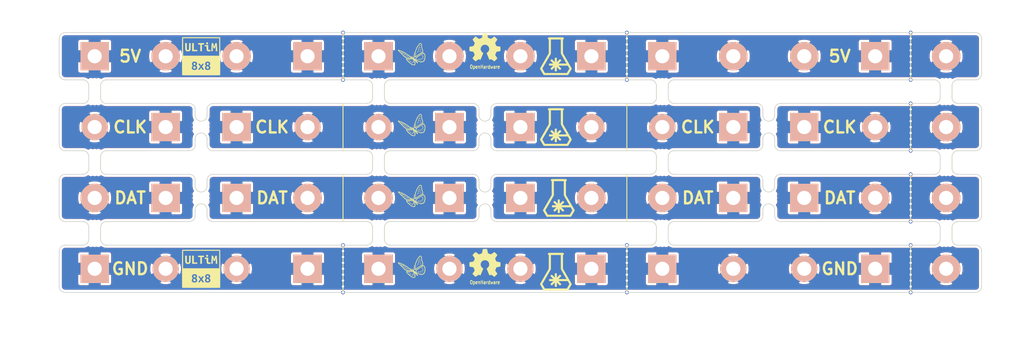
<source format=kicad_pcb>
(kicad_pcb (version 4) (host pcbnew 4.0.2-4+6225~38~ubuntu15.04.1-stable)
  (layers (0 F.Cu signal) (31 B.Cu signal) (34 B.Paste user) (35 F.Paste user) (36 B.SilkS user) (37 F.SilkS user) (38 B.Mask user) (39 F.Mask user) (44 Edge.Cuts user))
  (net 0 "")
  (net 1 /ROW1)
  (net 2 /ROW2)
  (net 3 /ROW31)
  (net 4 /ROW32)
  (net 5 /ROW33)
  (net 6 /ROW34)
  (net 7 /ROW41)
  (net 8 /ROW42)
  (net 9 /ROW43)
  (net 10 /ROW44)
  (module ultim8x8_libs:mouse-bite-2.54mm-slot (layer F.Cu) (at 119.38 60.96 90)
    (fp_text reference M13 hide)
    (fp_text value MouseBite hide)
    (pad "" np_thru_hole circle (at 0 -1.1 90) (size 0.5 0.5) (drill 0.5) (layers *.Cu *.Mask))
    (pad "" np_thru_hole circle (at 0 1.1 90) (size 0.5 0.5) (drill 0.5) (layers *.Cu *.Mask))
    (pad "" np_thru_hole circle (at 0.8 -1.1 90) (size 0.5 0.5) (drill 0.5) (layers *.Cu *.Mask))
    (pad "" np_thru_hole circle (at -0.8 -1.1 90) (size 0.5 0.5) (drill 0.5) (layers *.Cu *.Mask))
    (pad "" np_thru_hole circle (at -0.8 1.1 90) (size 0.5 0.5) (drill 0.5) (layers *.Cu *.Mask))
    (pad "" np_thru_hole circle (at 0.8 1.1 90) (size 0.5 0.5) (drill 0.5) (layers *.Cu *.Mask))
  )
  (module ultim8x8_libs:logo_MLlabs_small (layer F.Cu) (at 134.62 76.835)
    (fp_text reference L10 hide)
    (fp_text value Maniacal hide)
  )
  (module ultim8x8_libs:Screw (layer F.Cu) (at 96.52 60.96)
    (fp_text reference P31 hide)
    (fp_text value CONN_1 hide)
    (pad 1 thru_hole circle (at 0 0) (size 6.096 6.096) (drill 3.048) (layers *.Cu *.Paste *.SilkS *.Mask) (net 8 /ROW42))
  )
  (module ultim8x8_libs:logo_wyo_butterfly_small (layer F.Cu) (at 104.14 76.2)
    (fp_text reference L6 hide)
    (fp_text value WyoLum hide)
  )
  (module ultim8x8_libs:mouse-bite-2.54mm-slot (layer F.Cu) (at 180.34 60.96 90)
    (fp_text reference M14 hide)
    (fp_text value MouseBite hide)
    (pad "" np_thru_hole circle (at 0 -1.1 90) (size 0.5 0.5) (drill 0.5) (layers *.Cu *.Mask))
    (pad "" np_thru_hole circle (at 0 1.1 90) (size 0.5 0.5) (drill 0.5) (layers *.Cu *.Mask))
    (pad "" np_thru_hole circle (at 0.8 -1.1 90) (size 0.5 0.5) (drill 0.5) (layers *.Cu *.Mask))
    (pad "" np_thru_hole circle (at -0.8 -1.1 90) (size 0.5 0.5) (drill 0.5) (layers *.Cu *.Mask))
    (pad "" np_thru_hole circle (at -0.8 1.1 90) (size 0.5 0.5) (drill 0.5) (layers *.Cu *.Mask))
    (pad "" np_thru_hole circle (at 0.8 1.1 90) (size 0.5 0.5) (drill 0.5) (layers *.Cu *.Mask))
  )
  (module ultim8x8_libs:Screw (layer F.Cu) (at 203.2 60.96)
    (fp_text reference P38 hide)
    (fp_text value CONN_1 hide)
    (pad 1 thru_hole circle (at 0 0) (size 6.096 6.096) (drill 3.048) (layers *.Cu *.Paste *.SilkS *.Mask) (net 10 /ROW44))
  )
  (module ultim8x8_libs:Screw (layer F.Cu) (at 218.44 60.96)
    (fp_text reference P39 hide)
    (fp_text value CONN_1 hide)
    (pad 1 thru_hole circle (at 0 0) (size 6.096 6.096) (drill 3.048) (layers *.Cu *.Paste *.SilkS *.Mask) (net 10 /ROW44))
  )
  (module ultim8x8_libs:Screw (layer F.Cu) (at 157.48 60.96)
    (fp_text reference P35 hide)
    (fp_text value CONN_1 hide)
    (pad 1 thru_hole circle (at 0 0) (size 6.096 6.096) (drill 3.048) (layers *.Cu *.Paste *.SilkS *.Mask) (net 9 /ROW43))
  )
  (module ultim8x8_libs:Screw (layer F.Cu) (at 142.24 60.96)
    (fp_text reference P34 hide)
    (fp_text value CONN_1 hide)
    (pad 1 thru_hole circle (at 0 0) (size 6.096 6.096) (drill 3.048) (layers *.Cu *.Paste *.SilkS *.Mask) (net 9 /ROW43))
  )
  (module ultim8x8_libs:Screw (layer F.Cu) (at 81.28 60.96)
    (fp_text reference P30 hide)
    (fp_text value CONN_1 hide)
    (pad 1 thru_hole circle (at 0 0) (size 6.096 6.096) (drill 3.048) (layers *.Cu *.Paste *.SilkS *.Mask) (net 8 /ROW42))
  )
  (module ultim8x8_libs:Screw (layer F.Cu) (at 35.56 60.96)
    (fp_text reference P27 hide)
    (fp_text value CONN_1 hide)
    (pad 1 thru_hole circle (at 0 0) (size 6.096 6.096) (drill 3.048) (layers *.Cu *.Paste *.SilkS *.Mask) (net 7 /ROW41))
  )
  (module ultim8x8_libs:logo_ultim8x8_small (layer F.Cu) (at 58.42 30.48)
    (fp_text reference L11 hide)
    (fp_text value ULTiM hide)
  )
  (module ultim8x8_libs:mouse-bite-2.54mm-slot (layer F.Cu) (at 58.42 60.96 90)
    (fp_text reference M12 hide)
    (fp_text value MouseBite hide)
    (pad "" np_thru_hole circle (at 0 -1.1 90) (size 0.5 0.5) (drill 0.5) (layers *.Cu *.Mask))
    (pad "" np_thru_hole circle (at 0 1.1 90) (size 0.5 0.5) (drill 0.5) (layers *.Cu *.Mask))
    (pad "" np_thru_hole circle (at 0.8 -1.1 90) (size 0.5 0.5) (drill 0.5) (layers *.Cu *.Mask))
    (pad "" np_thru_hole circle (at -0.8 -1.1 90) (size 0.5 0.5) (drill 0.5) (layers *.Cu *.Mask))
    (pad "" np_thru_hole circle (at -0.8 1.1 90) (size 0.5 0.5) (drill 0.5) (layers *.Cu *.Mask))
    (pad "" np_thru_hole circle (at 0.8 1.1 90) (size 0.5 0.5) (drill 0.5) (layers *.Cu *.Mask))
  )
  (module ultim8x8_libs:via_0.8 (layer F.Cu) (at 210.82 26.67)
    (fp_text reference REF**1112 hide)
    (fp_text value via_0.8 hide)
    (pad 1 thru_hole circle (at 0 0) (size 0.8 0.8) (drill 0.5) (layers *.Cu) (net 1 /ROW1))
  )
  (module ultim8x8_libs:via_0.8 (layer F.Cu) (at 210.82 25.4)
    (fp_text reference REF**1111 hide)
    (fp_text value via_0.8 hide)
    (pad 1 thru_hole circle (at 0 0) (size 0.8 0.8) (drill 0.5) (layers *.Cu) (net 1 /ROW1))
  )
  (module ultim8x8_libs:via_0.8 (layer F.Cu) (at 210.82 71.12)
    (fp_text reference REF**11111 hide)
    (fp_text value via_0.8 hide)
    (pad 1 thru_hole circle (at 0 0) (size 0.8 0.8) (drill 0.5) (layers *.Cu) (net 2 /ROW2))
  )
  (module ultim8x8_libs:via_0.8 (layer F.Cu) (at 210.82 72.39)
    (fp_text reference REF**11112 hide)
    (fp_text value via_0.8 hide)
    (pad 1 thru_hole circle (at 0 0) (size 0.8 0.8) (drill 0.5) (layers *.Cu) (net 2 /ROW2))
  )
  (module ultim8x8_libs:via_0.8 (layer F.Cu) (at 210.82 73.66)
    (fp_text reference REF**11113 hide)
    (fp_text value via_0.8 hide)
    (pad 1 thru_hole circle (at 0 0) (size 0.8 0.8) (drill 0.5) (layers *.Cu) (net 2 /ROW2))
  )
  (module ultim8x8_libs:via_0.8 (layer F.Cu) (at 210.82 74.93)
    (fp_text reference REF**11114 hide)
    (fp_text value via_0.8 hide)
    (pad 1 thru_hole circle (at 0 0) (size 0.8 0.8) (drill 0.5) (layers *.Cu) (net 2 /ROW2))
  )
  (module ultim8x8_libs:via_0.8 (layer F.Cu) (at 210.82 27.94)
    (fp_text reference REF**1113 hide)
    (fp_text value via_0.8 hide)
    (pad 1 thru_hole circle (at 0 0) (size 0.8 0.8) (drill 0.5) (layers *.Cu) (net 1 /ROW1))
  )
  (module ultim8x8_libs:via_0.8 (layer F.Cu) (at 210.82 81.28)
    (fp_text reference REF**11118 hide)
    (fp_text value via_0.8 hide)
    (pad 1 thru_hole circle (at 0 0) (size 0.8 0.8) (drill 0.5) (layers *.Cu) (net 2 /ROW2))
  )
  (module ultim8x8_libs:via_0.8 (layer F.Cu) (at 210.82 76.2)
    (fp_text reference REF**11115 hide)
    (fp_text value via_0.8 hide)
    (pad 1 thru_hole circle (at 0 0) (size 0.8 0.8) (drill 0.5) (layers *.Cu) (net 2 /ROW2))
  )
  (module ultim8x8_libs:via_0.8 (layer F.Cu) (at 210.82 77.47)
    (fp_text reference REF**11116 hide)
    (fp_text value via_0.8 hide)
    (pad 1 thru_hole circle (at 0 0) (size 0.8 0.8) (drill 0.5) (layers *.Cu) (net 2 /ROW2))
  )
  (module ultim8x8_libs:via_0.8 (layer F.Cu) (at 210.82 78.74)
    (fp_text reference REF**11117 hide)
    (fp_text value via_0.8 hide)
    (pad 1 thru_hole circle (at 0 0) (size 0.8 0.8) (drill 0.5) (layers *.Cu) (net 2 /ROW2))
  )
  (module ultim8x8_libs:via_0.8 (layer F.Cu) (at 210.82 80.01)
    (fp_text reference REF**11118 hide)
    (fp_text value via_0.8 hide)
    (pad 1 thru_hole circle (at 0 0) (size 0.8 0.8) (drill 0.5) (layers *.Cu) (net 2 /ROW2))
  )
  (module ultim8x8_libs:via_0.8 (layer F.Cu) (at 210.82 35.56)
    (fp_text reference REF**1119 hide)
    (fp_text value via_0.8 hide)
    (pad 1 thru_hole circle (at 0 0) (size 0.8 0.8) (drill 0.5) (layers *.Cu) (net 1 /ROW1))
  )
  (module ultim8x8_libs:via_0.8 (layer F.Cu) (at 210.82 29.21)
    (fp_text reference REF**1114 hide)
    (fp_text value via_0.8 hide)
    (pad 1 thru_hole circle (at 0 0) (size 0.8 0.8) (drill 0.5) (layers *.Cu) (net 1 /ROW1))
  )
  (module ultim8x8_libs:via_0.8 (layer F.Cu) (at 210.82 30.48)
    (fp_text reference REF**1115 hide)
    (fp_text value via_0.8 hide)
    (pad 1 thru_hole circle (at 0 0) (size 0.8 0.8) (drill 0.5) (layers *.Cu) (net 1 /ROW1))
  )
  (module ultim8x8_libs:via_0.8 (layer F.Cu) (at 210.82 31.75)
    (fp_text reference REF**1116 hide)
    (fp_text value via_0.8 hide)
    (pad 1 thru_hole circle (at 0 0) (size 0.8 0.8) (drill 0.5) (layers *.Cu) (net 1 /ROW1))
  )
  (module ultim8x8_libs:via_0.8 (layer F.Cu) (at 210.82 33.02)
    (fp_text reference REF**1117 hide)
    (fp_text value via_0.8 hide)
    (pad 1 thru_hole circle (at 0 0) (size 0.8 0.8) (drill 0.5) (layers *.Cu) (net 1 /ROW1))
  )
  (module ultim8x8_libs:via_0.8 (layer F.Cu) (at 210.82 34.29)
    (fp_text reference REF**1118 hide)
    (fp_text value via_0.8 hide)
    (pad 1 thru_hole circle (at 0 0) (size 0.8 0.8) (drill 0.5) (layers *.Cu) (net 1 /ROW1))
  )
  (module ultim8x8_libs:via_0.8 (layer F.Cu) (at 149.86 81.28)
    (fp_text reference REF**11118 hide)
    (fp_text value via_0.8 hide)
    (pad 1 thru_hole circle (at 0 0) (size 0.8 0.8) (drill 0.5) (layers *.Cu) (net 2 /ROW2))
  )
  (module ultim8x8_libs:via_0.8 (layer F.Cu) (at 88.9 81.28)
    (fp_text reference REF**11118 hide)
    (fp_text value via_0.8 hide)
    (pad 1 thru_hole circle (at 0 0) (size 0.8 0.8) (drill 0.5) (layers *.Cu) (net 2 /ROW2))
  )
  (module ultim8x8_libs:mouse-bite-2.54mm-slot (layer F.Cu) (at 180.34 45.72 90)
    (fp_text reference M7 hide)
    (fp_text value MouseBite hide)
    (pad "" np_thru_hole circle (at 0 -1.1 90) (size 0.5 0.5) (drill 0.5) (layers *.Cu *.Mask))
    (pad "" np_thru_hole circle (at 0 1.1 90) (size 0.5 0.5) (drill 0.5) (layers *.Cu *.Mask))
    (pad "" np_thru_hole circle (at 0.8 -1.1 90) (size 0.5 0.5) (drill 0.5) (layers *.Cu *.Mask))
    (pad "" np_thru_hole circle (at -0.8 -1.1 90) (size 0.5 0.5) (drill 0.5) (layers *.Cu *.Mask))
    (pad "" np_thru_hole circle (at -0.8 1.1 90) (size 0.5 0.5) (drill 0.5) (layers *.Cu *.Mask))
    (pad "" np_thru_hole circle (at 0.8 1.1 90) (size 0.5 0.5) (drill 0.5) (layers *.Cu *.Mask))
  )
  (module ultim8x8_libs:mouse-bite-2.54mm-slot (layer F.Cu) (at 119.38 45.72 90)
    (fp_text reference M6 hide)
    (fp_text value MouseBite hide)
    (pad "" np_thru_hole circle (at 0 -1.1 90) (size 0.5 0.5) (drill 0.5) (layers *.Cu *.Mask))
    (pad "" np_thru_hole circle (at 0 1.1 90) (size 0.5 0.5) (drill 0.5) (layers *.Cu *.Mask))
    (pad "" np_thru_hole circle (at 0.8 -1.1 90) (size 0.5 0.5) (drill 0.5) (layers *.Cu *.Mask))
    (pad "" np_thru_hole circle (at -0.8 -1.1 90) (size 0.5 0.5) (drill 0.5) (layers *.Cu *.Mask))
    (pad "" np_thru_hole circle (at -0.8 1.1 90) (size 0.5 0.5) (drill 0.5) (layers *.Cu *.Mask))
    (pad "" np_thru_hole circle (at 0.8 1.1 90) (size 0.5 0.5) (drill 0.5) (layers *.Cu *.Mask))
  )
  (module ultim8x8_libs:mouse-bite-2.54mm-slot (layer F.Cu) (at 58.42 45.72 90)
    (fp_text reference M5 hide)
    (fp_text value MouseBite hide)
    (pad "" np_thru_hole circle (at 0 -1.1 90) (size 0.5 0.5) (drill 0.5) (layers *.Cu *.Mask))
    (pad "" np_thru_hole circle (at 0 1.1 90) (size 0.5 0.5) (drill 0.5) (layers *.Cu *.Mask))
    (pad "" np_thru_hole circle (at 0.8 -1.1 90) (size 0.5 0.5) (drill 0.5) (layers *.Cu *.Mask))
    (pad "" np_thru_hole circle (at -0.8 -1.1 90) (size 0.5 0.5) (drill 0.5) (layers *.Cu *.Mask))
    (pad "" np_thru_hole circle (at -0.8 1.1 90) (size 0.5 0.5) (drill 0.5) (layers *.Cu *.Mask))
    (pad "" np_thru_hole circle (at 0.8 1.1 90) (size 0.5 0.5) (drill 0.5) (layers *.Cu *.Mask))
  )
  (module ultim8x8_libs:via_0.8 (layer F.Cu) (at 88.9 35.56)
    (fp_text reference REF**119 hide)
    (fp_text value via_0.8 hide)
    (pad 1 thru_hole circle (at 0 0) (size 0.8 0.8) (drill 0.5) (layers *.Cu) (net 1 /ROW1))
  )
  (module ultim8x8_libs:via_0.8 (layer F.Cu) (at 88.9 34.29)
    (fp_text reference REF**118 hide)
    (fp_text value via_0.8 hide)
    (pad 1 thru_hole circle (at 0 0) (size 0.8 0.8) (drill 0.5) (layers *.Cu) (net 1 /ROW1))
  )
  (module ultim8x8_libs:via_0.8 (layer F.Cu) (at 88.9 33.02)
    (fp_text reference REF**117 hide)
    (fp_text value via_0.8 hide)
    (pad 1 thru_hole circle (at 0 0) (size 0.8 0.8) (drill 0.5) (layers *.Cu) (net 1 /ROW1))
  )
  (module ultim8x8_libs:via_0.8 (layer F.Cu) (at 88.9 31.75)
    (fp_text reference REF**116 hide)
    (fp_text value via_0.8 hide)
    (pad 1 thru_hole circle (at 0 0) (size 0.8 0.8) (drill 0.5) (layers *.Cu) (net 1 /ROW1))
  )
  (module ultim8x8_libs:via_0.8 (layer F.Cu) (at 88.9 30.48)
    (fp_text reference REF**115 hide)
    (fp_text value via_0.8 hide)
    (pad 1 thru_hole circle (at 0 0) (size 0.8 0.8) (drill 0.5) (layers *.Cu) (net 1 /ROW1))
  )
  (module ultim8x8_libs:via_0.8 (layer F.Cu) (at 88.9 29.21)
    (fp_text reference REF**114 hide)
    (fp_text value via_0.8 hide)
    (pad 1 thru_hole circle (at 0 0) (size 0.8 0.8) (drill 0.5) (layers *.Cu) (net 1 /ROW1))
  )
  (module ultim8x8_libs:via_0.8 (layer F.Cu) (at 88.9 27.94)
    (fp_text reference REF**113 hide)
    (fp_text value via_0.8 hide)
    (pad 1 thru_hole circle (at 0 0) (size 0.8 0.8) (drill 0.5) (layers *.Cu) (net 1 /ROW1))
  )
  (module ultim8x8_libs:via_0.8 (layer F.Cu) (at 88.9 25.4)
    (fp_text reference REF**112 hide)
    (fp_text value via_0.8 hide)
    (pad 1 thru_hole circle (at 0 0) (size 0.8 0.8) (drill 0.5) (layers *.Cu) (net 1 /ROW1))
  )
  (module ultim8x8_libs:via_0.8 (layer F.Cu) (at 88.9 80.01)
    (fp_text reference REF**11118 hide)
    (fp_text value via_0.8 hide)
    (pad 1 thru_hole circle (at 0 0) (size 0.8 0.8) (drill 0.5) (layers *.Cu) (net 2 /ROW2))
  )
  (module ultim8x8_libs:via_0.8 (layer F.Cu) (at 88.9 78.74)
    (fp_text reference REF**11117 hide)
    (fp_text value via_0.8 hide)
    (pad 1 thru_hole circle (at 0 0) (size 0.8 0.8) (drill 0.5) (layers *.Cu) (net 2 /ROW2))
  )
  (module ultim8x8_libs:via_0.8 (layer F.Cu) (at 88.9 77.47)
    (fp_text reference REF**11116 hide)
    (fp_text value via_0.8 hide)
    (pad 1 thru_hole circle (at 0 0) (size 0.8 0.8) (drill 0.5) (layers *.Cu) (net 2 /ROW2))
  )
  (module ultim8x8_libs:via_0.8 (layer F.Cu) (at 88.9 76.2)
    (fp_text reference REF**11115 hide)
    (fp_text value via_0.8 hide)
    (pad 1 thru_hole circle (at 0 0) (size 0.8 0.8) (drill 0.5) (layers *.Cu) (net 2 /ROW2))
  )
  (module ultim8x8_libs:via_0.8 (layer F.Cu) (at 88.9 74.93)
    (fp_text reference REF**11114 hide)
    (fp_text value via_0.8 hide)
    (pad 1 thru_hole circle (at 0 0) (size 0.8 0.8) (drill 0.5) (layers *.Cu) (net 2 /ROW2))
  )
  (module ultim8x8_libs:via_0.8 (layer F.Cu) (at 88.9 73.66)
    (fp_text reference REF**11113 hide)
    (fp_text value via_0.8 hide)
    (pad 1 thru_hole circle (at 0 0) (size 0.8 0.8) (drill 0.5) (layers *.Cu) (net 2 /ROW2))
  )
  (module ultim8x8_libs:via_0.8 (layer F.Cu) (at 88.9 72.39)
    (fp_text reference REF**11112 hide)
    (fp_text value via_0.8 hide)
    (pad 1 thru_hole circle (at 0 0) (size 0.8 0.8) (drill 0.5) (layers *.Cu) (net 2 /ROW2))
  )
  (module ultim8x8_libs:via_0.8 (layer F.Cu) (at 210.82 66.04)
    (fp_text reference REF**11111110 hide)
    (fp_text value via_0.8 hide)
    (pad 1 thru_hole circle (at 0 0) (size 0.8 0.8) (drill 0.5) (layers *.Cu) (net 10 /ROW44))
  )
  (module ultim8x8_libs:via_0.8 (layer F.Cu) (at 210.82 64.77)
    (fp_text reference REF**1111118 hide)
    (fp_text value via_0.8 hide)
    (pad 1 thru_hole circle (at 0 0) (size 0.8 0.8) (drill 0.5) (layers *.Cu) (net 10 /ROW44))
  )
  (module ultim8x8_libs:via_0.8 (layer F.Cu) (at 210.82 63.5)
    (fp_text reference REF**1111117 hide)
    (fp_text value via_0.8 hide)
    (pad 1 thru_hole circle (at 0 0) (size 0.8 0.8) (drill 0.5) (layers *.Cu) (net 10 /ROW44))
  )
  (module ultim8x8_libs:via_0.8 (layer F.Cu) (at 210.82 62.23)
    (fp_text reference REF**1111116 hide)
    (fp_text value via_0.8 hide)
    (pad 1 thru_hole circle (at 0 0) (size 0.8 0.8) (drill 0.5) (layers *.Cu) (net 10 /ROW44))
  )
  (module ultim8x8_libs:via_0.8 (layer F.Cu) (at 210.82 60.96)
    (fp_text reference REF**1111115 hide)
    (fp_text value via_0.8 hide)
    (pad 1 thru_hole circle (at 0 0) (size 0.8 0.8) (drill 0.5) (layers *.Cu) (net 10 /ROW44))
  )
  (module ultim8x8_libs:via_0.8 (layer F.Cu) (at 210.82 59.69)
    (fp_text reference REF**1111114 hide)
    (fp_text value via_0.8 hide)
    (pad 1 thru_hole circle (at 0 0) (size 0.8 0.8) (drill 0.5) (layers *.Cu) (net 10 /ROW44))
  )
  (module ultim8x8_libs:via_0.8 (layer F.Cu) (at 210.82 58.42)
    (fp_text reference REF**1111113 hide)
    (fp_text value via_0.8 hide)
    (pad 1 thru_hole circle (at 0 0) (size 0.8 0.8) (drill 0.5) (layers *.Cu) (net 10 /ROW44))
  )
  (module ultim8x8_libs:via_0.8 (layer F.Cu) (at 210.82 57.15)
    (fp_text reference REF**1111112 hide)
    (fp_text value via_0.8 hide)
    (pad 1 thru_hole circle (at 0 0) (size 0.8 0.8) (drill 0.5) (layers *.Cu) (net 10 /ROW44))
  )
  (module ultim8x8_libs:via_0.8 (layer F.Cu) (at 210.82 50.8)
    (fp_text reference REF**11111110 hide)
    (fp_text value via_0.8 hide)
    (pad 1 thru_hole circle (at 0 0) (size 0.8 0.8) (drill 0.5) (layers *.Cu) (net 6 /ROW34))
  )
  (module ultim8x8_libs:via_0.8 (layer F.Cu) (at 210.82 49.53)
    (fp_text reference REF**1111118 hide)
    (fp_text value via_0.8 hide)
    (pad 1 thru_hole circle (at 0 0) (size 0.8 0.8) (drill 0.5) (layers *.Cu) (net 6 /ROW34))
  )
  (module ultim8x8_libs:via_0.8 (layer F.Cu) (at 210.82 48.26)
    (fp_text reference REF**1111117 hide)
    (fp_text value via_0.8 hide)
    (pad 1 thru_hole circle (at 0 0) (size 0.8 0.8) (drill 0.5) (layers *.Cu) (net 6 /ROW34))
  )
  (module ultim8x8_libs:via_0.8 (layer F.Cu) (at 210.82 46.99)
    (fp_text reference REF**1111116 hide)
    (fp_text value via_0.8 hide)
    (pad 1 thru_hole circle (at 0 0) (size 0.8 0.8) (drill 0.5) (layers *.Cu) (net 6 /ROW34))
  )
  (module ultim8x8_libs:via_0.8 (layer F.Cu) (at 210.82 45.72)
    (fp_text reference REF**1111115 hide)
    (fp_text value via_0.8 hide)
    (pad 1 thru_hole circle (at 0 0) (size 0.8 0.8) (drill 0.5) (layers *.Cu) (net 6 /ROW34))
  )
  (module ultim8x8_libs:via_0.8 (layer F.Cu) (at 210.82 44.45)
    (fp_text reference REF**1111114 hide)
    (fp_text value via_0.8 hide)
    (pad 1 thru_hole circle (at 0 0) (size 0.8 0.8) (drill 0.5) (layers *.Cu) (net 6 /ROW34))
  )
  (module ultim8x8_libs:via_0.8 (layer F.Cu) (at 210.82 43.18)
    (fp_text reference REF**1111113 hide)
    (fp_text value via_0.8 hide)
    (pad 1 thru_hole circle (at 0 0) (size 0.8 0.8) (drill 0.5) (layers *.Cu) (net 6 /ROW34))
  )
  (module ultim8x8_libs:via_0.8 (layer F.Cu) (at 210.82 41.91)
    (fp_text reference REF**1111112 hide)
    (fp_text value via_0.8 hide)
    (pad 1 thru_hole circle (at 0 0) (size 0.8 0.8) (drill 0.5) (layers *.Cu) (net 6 /ROW34))
  )
  (module ultim8x8_libs:via_0.8 (layer F.Cu) (at 149.86 80.01)
    (fp_text reference REF**11118 hide)
    (fp_text value via_0.8 hide)
    (pad 1 thru_hole circle (at 0 0) (size 0.8 0.8) (drill 0.5) (layers *.Cu) (net 2 /ROW2))
  )
  (module ultim8x8_libs:via_0.8 (layer F.Cu) (at 149.86 78.74)
    (fp_text reference REF**11117 hide)
    (fp_text value via_0.8 hide)
    (pad 1 thru_hole circle (at 0 0) (size 0.8 0.8) (drill 0.5) (layers *.Cu) (net 2 /ROW2))
  )
  (module ultim8x8_libs:via_0.8 (layer F.Cu) (at 149.86 77.47)
    (fp_text reference REF**11116 hide)
    (fp_text value via_0.8 hide)
    (pad 1 thru_hole circle (at 0 0) (size 0.8 0.8) (drill 0.5) (layers *.Cu) (net 2 /ROW2))
  )
  (module ultim8x8_libs:via_0.8 (layer F.Cu) (at 149.86 76.2)
    (fp_text reference REF**11115 hide)
    (fp_text value via_0.8 hide)
    (pad 1 thru_hole circle (at 0 0) (size 0.8 0.8) (drill 0.5) (layers *.Cu) (net 2 /ROW2))
  )
  (module ultim8x8_libs:via_0.8 (layer F.Cu) (at 149.86 74.93)
    (fp_text reference REF**11114 hide)
    (fp_text value via_0.8 hide)
    (pad 1 thru_hole circle (at 0 0) (size 0.8 0.8) (drill 0.5) (layers *.Cu) (net 2 /ROW2))
  )
  (module ultim8x8_libs:via_0.8 (layer F.Cu) (at 149.86 73.66)
    (fp_text reference REF**11113 hide)
    (fp_text value via_0.8 hide)
    (pad 1 thru_hole circle (at 0 0) (size 0.8 0.8) (drill 0.5) (layers *.Cu) (net 2 /ROW2))
  )
  (module ultim8x8_libs:via_0.8 (layer F.Cu) (at 149.86 72.39)
    (fp_text reference REF**11112 hide)
    (fp_text value via_0.8 hide)
    (pad 1 thru_hole circle (at 0 0) (size 0.8 0.8) (drill 0.5) (layers *.Cu) (net 2 /ROW2))
  )
  (module ultim8x8_libs:via_0.8 (layer F.Cu) (at 149.86 35.56)
    (fp_text reference REF**1119 hide)
    (fp_text value via_0.8 hide)
    (pad 1 thru_hole circle (at 0 0) (size 0.8 0.8) (drill 0.5) (layers *.Cu) (net 1 /ROW1))
  )
  (module ultim8x8_libs:via_0.8 (layer F.Cu) (at 149.86 34.29)
    (fp_text reference REF**1118 hide)
    (fp_text value via_0.8 hide)
    (pad 1 thru_hole circle (at 0 0) (size 0.8 0.8) (drill 0.5) (layers *.Cu) (net 1 /ROW1))
  )
  (module ultim8x8_libs:via_0.8 (layer F.Cu) (at 149.86 33.02)
    (fp_text reference REF**1117 hide)
    (fp_text value via_0.8 hide)
    (pad 1 thru_hole circle (at 0 0) (size 0.8 0.8) (drill 0.5) (layers *.Cu) (net 1 /ROW1))
  )
  (module ultim8x8_libs:via_0.8 (layer F.Cu) (at 149.86 31.75)
    (fp_text reference REF**1116 hide)
    (fp_text value via_0.8 hide)
    (pad 1 thru_hole circle (at 0 0) (size 0.8 0.8) (drill 0.5) (layers *.Cu) (net 1 /ROW1))
  )
  (module ultim8x8_libs:via_0.8 (layer F.Cu) (at 149.86 30.48)
    (fp_text reference REF**1115 hide)
    (fp_text value via_0.8 hide)
    (pad 1 thru_hole circle (at 0 0) (size 0.8 0.8) (drill 0.5) (layers *.Cu) (net 1 /ROW1))
  )
  (module ultim8x8_libs:via_0.8 (layer F.Cu) (at 149.86 29.21)
    (fp_text reference REF**1114 hide)
    (fp_text value via_0.8 hide)
    (pad 1 thru_hole circle (at 0 0) (size 0.8 0.8) (drill 0.5) (layers *.Cu) (net 1 /ROW1))
  )
  (module ultim8x8_libs:via_0.8 (layer F.Cu) (at 149.86 27.94)
    (fp_text reference REF**1113 hide)
    (fp_text value via_0.8 hide)
    (pad 1 thru_hole circle (at 0 0) (size 0.8 0.8) (drill 0.5) (layers *.Cu) (net 1 /ROW1))
  )
  (module ultim8x8_libs:via_0.8 (layer F.Cu) (at 149.86 26.67)
    (fp_text reference REF**1112 hide)
    (fp_text value via_0.8 hide)
    (pad 1 thru_hole circle (at 0 0) (size 0.8 0.8) (drill 0.5) (layers *.Cu) (net 1 /ROW1))
  )
  (module ultim8x8_libs:via_0.8 (layer F.Cu) (at 88.9 26.67)
    (fp_text reference REF**111 hide)
    (fp_text value via_0.8 hide)
    (pad 1 thru_hole circle (at 0 0) (size 0.8 0.8) (drill 0.5) (layers *.Cu) (net 1 /ROW1))
  )
  (module ultim8x8_libs:via_0.8 (layer F.Cu) (at 88.9 71.12)
    (fp_text reference REF**11111 hide)
    (fp_text value via_0.8 hide)
    (pad 1 thru_hole circle (at 0 0) (size 0.8 0.8) (drill 0.5) (layers *.Cu) (net 2 /ROW2))
  )
  (module ultim8x8_libs:via_0.8 (layer F.Cu) (at 210.82 55.88)
    (fp_text reference REF**1111111 hide)
    (fp_text value via_0.8 hide)
    (pad 1 thru_hole circle (at 0 0) (size 0.8 0.8) (drill 0.5) (layers *.Cu) (net 10 /ROW44))
  )
  (module ultim8x8_libs:via_0.8 (layer F.Cu) (at 210.82 40.64)
    (fp_text reference REF**1111111 hide)
    (fp_text value via_0.8 hide)
    (pad 1 thru_hole circle (at 0 0) (size 0.8 0.8) (drill 0.5) (layers *.Cu) (net 6 /ROW34))
  )
  (module ultim8x8_libs:via_0.8 (layer F.Cu) (at 149.86 71.12)
    (fp_text reference REF**11111 hide)
    (fp_text value via_0.8 hide)
    (pad 1 thru_hole circle (at 0 0) (size 0.8 0.8) (drill 0.5) (layers *.Cu) (net 2 /ROW2))
  )
  (module ultim8x8_libs:via_0.8 (layer F.Cu) (at 149.86 25.4)
    (fp_text reference REF**1111 hide)
    (fp_text value via_0.8 hide)
    (pad 1 thru_hole circle (at 0 0) (size 0.8 0.8) (drill 0.5) (layers *.Cu) (net 1 /ROW1))
  )
  (module ultim8x8_libs:Screw (layer F.Cu) (at 218.44 76.2)
    (fp_text reference P52 hide)
    (fp_text value CONN_1 hide)
    (pad 1 thru_hole circle (at 0 0) (size 6.096 6.096) (drill 3.048) (layers *.Cu *.Paste *.SilkS *.Mask) (net 2 /ROW2))
  )
  (module ultim8x8_libs:Screw (layer F.Cu) (at 50.8 30.48)
    (fp_text reference P2 hide)
    (fp_text value CONN_1 hide)
    (pad 1 thru_hole circle (at 0 0) (size 6.096 6.096) (drill 3.048) (layers *.Cu *.Paste *.SilkS *.Mask) (net 1 /ROW1))
  )
  (module ultim8x8_libs:Screw (layer F.Cu) (at 66.04 30.48)
    (fp_text reference P3 hide)
    (fp_text value CONN_1 hide)
    (pad 1 thru_hole circle (at 0 0) (size 6.096 6.096) (drill 3.048) (layers *.Cu *.Paste *.SilkS *.Mask) (net 1 /ROW1))
  )
  (module ultim8x8_libs:Screw (layer F.Cu) (at 111.76 30.48)
    (fp_text reference P6 hide)
    (fp_text value CONN_1 hide)
    (pad 1 thru_hole circle (at 0 0) (size 6.096 6.096) (drill 3.048) (layers *.Cu *.Paste *.SilkS *.Mask) (net 1 /ROW1))
  )
  (module ultim8x8_libs:Screw (layer F.Cu) (at 127 30.48)
    (fp_text reference P7 hide)
    (fp_text value CONN_1 hide)
    (pad 1 thru_hole circle (at 0 0) (size 6.096 6.096) (drill 3.048) (layers *.Cu *.Paste *.SilkS *.Mask) (net 1 /ROW1))
  )
  (module ultim8x8_libs:Screw (layer F.Cu) (at 172.72 30.48)
    (fp_text reference P10 hide)
    (fp_text value CONN_1 hide)
    (pad 1 thru_hole circle (at 0 0) (size 6.096 6.096) (drill 3.048) (layers *.Cu *.Paste *.SilkS *.Mask) (net 1 /ROW1))
  )
  (module ultim8x8_libs:Screw (layer F.Cu) (at 187.96 30.48)
    (fp_text reference P11 hide)
    (fp_text value CONN_1 hide)
    (pad 1 thru_hole circle (at 0 0) (size 6.096 6.096) (drill 3.048) (layers *.Cu *.Paste *.SilkS *.Mask) (net 1 /ROW1))
  )
  (module ultim8x8_libs:Screw (layer F.Cu) (at 218.44 30.48)
    (fp_text reference P13 hide)
    (fp_text value CONN_1 hide)
    (pad 1 thru_hole circle (at 0 0) (size 6.096 6.096) (drill 3.048) (layers *.Cu *.Paste *.SilkS *.Mask) (net 1 /ROW1))
  )
  (module ultim8x8_libs:Screw (layer F.Cu) (at 218.44 45.72)
    (fp_text reference P26 hide)
    (fp_text value CONN_1 hide)
    (pad 1 thru_hole circle (at 0 0) (size 6.096 6.096) (drill 3.048) (layers *.Cu *.Paste *.SilkS *.Mask) (net 6 /ROW34))
  )
  (module ultim8x8_libs:OSHW_6mm (layer F.Cu) (at 119.38 74.93)
    (fp_text reference L2 hide)
    (fp_text value OSHW hide)
    (fp_text user OpenHardware (at 0 4.191) (layer F.SilkS) (effects (font (size 0.762 0.6096) (thickness 0.127))))
  )
  (module ultim8x8_libs:OSHW_6mm (layer F.Cu) (at 119.38 28.575)
    (fp_text reference L1 hide)
    (fp_text value OSHW hide)
    (fp_text user OpenHardware (at 0 4.191) (layer F.SilkS) (effects (font (size 0.762 0.6096) (thickness 0.127))))
  )
  (module ultim8x8_libs:logo_wyo_butterfly_small (layer F.Cu) (at 104.14 60.96)
    (fp_text reference L5 hide)
    (fp_text value WyoLum hide)
  )
  (module ultim8x8_libs:logo_wyo_butterfly_small (layer F.Cu) (at 104.14 45.72)
    (fp_text reference L4 hide)
    (fp_text value WyoLum hide)
  )
  (module ultim8x8_libs:logo_wyo_butterfly_small (layer F.Cu) (at 104.14 30.48)
    (fp_text reference L3 hide)
    (fp_text value WyoLum hide)
  )
  (module ultim8x8_libs:logo_MLlabs_small (layer F.Cu) (at 135.255 60.96)
    (fp_text reference L9 hide)
    (fp_text value Maniacal hide)
  )
  (module ultim8x8_libs:logo_MLlabs_small (layer F.Cu) (at 134.62 45.72)
    (fp_text reference L8 hide)
    (fp_text value Maniacal hide)
  )
  (module ultim8x8_libs:logo_MLlabs_small (layer F.Cu) (at 134.62 30.48)
    (fp_text reference L7 hide)
    (fp_text value Maniacal hide)
  )
  (module ultim8x8_libs:logo_ultim8x8_small (layer F.Cu) (at 58.42 76.2)
    (fp_text reference L12 hide)
    (fp_text value ULTiM hide)
  )
  (module ultim8x8_libs:Screw_SqPad (layer F.Cu) (at 35.56 30.48)
    (fp_text reference P1 hide)
    (fp_text value CONN_1 hide)
    (pad 1 thru_hole rect (at 0 0) (size 6.096 6.096) (drill 3.048) (layers *.Cu *.Paste *.SilkS *.Mask) (net 1 /ROW1))
  )
  (module ultim8x8_libs:Screw_SqPad (layer F.Cu) (at 81.28 30.48)
    (fp_text reference P4 hide)
    (fp_text value CONN_1 hide)
    (pad 1 thru_hole rect (at 0 0) (size 6.096 6.096) (drill 3.048) (layers *.Cu *.Paste *.SilkS *.Mask) (net 1 /ROW1))
  )
  (module ultim8x8_libs:Screw_SqPad (layer F.Cu) (at 96.52 30.48)
    (fp_text reference P5 hide)
    (fp_text value CONN_1 hide)
    (pad 1 thru_hole rect (at 0 0) (size 6.096 6.096) (drill 3.048) (layers *.Cu *.Paste *.SilkS *.Mask) (net 1 /ROW1))
  )
  (module ultim8x8_libs:Screw_SqPad (layer F.Cu) (at 142.24 30.48)
    (fp_text reference P8 hide)
    (fp_text value CONN_1 hide)
    (pad 1 thru_hole rect (at 0 0) (size 6.096 6.096) (drill 3.048) (layers *.Cu *.Paste *.SilkS *.Mask) (net 1 /ROW1))
  )
  (module ultim8x8_libs:Screw_SqPad (layer F.Cu) (at 157.48 30.48)
    (fp_text reference P9 hide)
    (fp_text value CONN_1 hide)
    (pad 1 thru_hole rect (at 0 0) (size 6.096 6.096) (drill 3.048) (layers *.Cu *.Paste *.SilkS *.Mask) (net 1 /ROW1))
  )
  (module ultim8x8_libs:Screw_SqPad (layer F.Cu) (at 203.2 30.48)
    (fp_text reference P12 hide)
    (fp_text value CONN_1 hide)
    (pad 1 thru_hole rect (at 0 0) (size 6.096 6.096) (drill 3.048) (layers *.Cu *.Paste *.SilkS *.Mask) (net 1 /ROW1))
  )
  (module ultim8x8_libs:Screw_SqPad (layer F.Cu) (at 50.8 60.96)
    (fp_text reference P28 hide)
    (fp_text value CONN_1 hide)
    (pad 1 thru_hole rect (at 0 0) (size 6.096 6.096) (drill 3.048) (layers *.Cu *.Paste *.SilkS *.Mask) (net 7 /ROW41))
  )
  (module ultim8x8_libs:Screw_SqPad (layer F.Cu) (at 66.04 60.96)
    (fp_text reference P29 hide)
    (fp_text value CONN_1 hide)
    (pad 1 thru_hole rect (at 0 0) (size 6.096 6.096) (drill 3.048) (layers *.Cu *.Paste *.SilkS *.Mask) (net 8 /ROW42))
  )
  (module ultim8x8_libs:Screw_SqPad (layer F.Cu) (at 111.76 60.96)
    (fp_text reference P32 hide)
    (fp_text value CONN_1 hide)
    (pad 1 thru_hole rect (at 0 0) (size 6.096 6.096) (drill 3.048) (layers *.Cu *.Paste *.SilkS *.Mask) (net 8 /ROW42))
  )
  (module ultim8x8_libs:Screw_SqPad (layer F.Cu) (at 127 60.96)
    (fp_text reference P33 hide)
    (fp_text value CONN_1 hide)
    (pad 1 thru_hole rect (at 0 0) (size 6.096 6.096) (drill 3.048) (layers *.Cu *.Paste *.SilkS *.Mask) (net 9 /ROW43))
  )
  (module ultim8x8_libs:Screw_SqPad (layer F.Cu) (at 172.72 60.96)
    (fp_text reference P36 hide)
    (fp_text value CONN_1 hide)
    (pad 1 thru_hole rect (at 0 0) (size 6.096 6.096) (drill 3.048) (layers *.Cu *.Paste *.SilkS *.Mask) (net 9 /ROW43))
  )
  (module ultim8x8_libs:Screw_SqPad (layer F.Cu) (at 187.96 60.96)
    (fp_text reference P37 hide)
    (fp_text value CONN_1 hide)
    (pad 1 thru_hole rect (at 0 0) (size 6.096 6.096) (drill 3.048) (layers *.Cu *.Paste *.SilkS *.Mask) (net 10 /ROW44))
  )
  (module ultim8x8_libs:Screw (layer F.Cu) (at 35.56 45.72)
    (fp_text reference P14 hide)
    (fp_text value CONN_1 hide)
    (pad 1 thru_hole circle (at 0 0) (size 5.6 5.6) (drill 3.048) (layers *.Cu *.SilkS *.Mask) (net 3 /ROW31))
  )
  (module ultim8x8_libs:Screw_SqPad (layer F.Cu) (at 50.8 45.72)
    (fp_text reference P15 hide)
    (fp_text value CONN_1 hide)
    (pad 1 thru_hole rect (at 0 0) (size 6.096 6.096) (drill 3.048) (layers *.Cu *.Paste *.SilkS *.Mask) (net 3 /ROW31))
  )
  (module ultim8x8_libs:Screw_SqPad (layer F.Cu) (at 66.04 45.72)
    (fp_text reference P16 hide)
    (fp_text value CONN_1 hide)
    (pad 1 thru_hole rect (at 0 0) (size 6.096 6.096) (drill 3.048) (layers *.Cu *.Paste *.SilkS *.Mask) (net 4 /ROW32))
  )
  (module ultim8x8_libs:Screw (layer F.Cu) (at 81.28 45.72)
    (fp_text reference P17 hide)
    (fp_text value CONN_1 hide)
    (pad 1 thru_hole circle (at 0 0) (size 5.6 5.6) (drill 3.048) (layers *.Cu *.SilkS *.Mask) (net 4 /ROW32))
  )
  (module ultim8x8_libs:Screw (layer F.Cu) (at 96.52 45.72)
    (fp_text reference P18 hide)
    (fp_text value CONN_1 hide)
    (pad 1 thru_hole circle (at 0 0) (size 5.6 5.6) (drill 3.048) (layers *.Cu *.SilkS *.Mask) (net 4 /ROW32))
  )
  (module ultim8x8_libs:Screw_SqPad (layer F.Cu) (at 111.76 45.72)
    (fp_text reference P19 hide)
    (fp_text value CONN_1 hide)
    (pad 1 thru_hole rect (at 0 0) (size 6.096 6.096) (drill 3.048) (layers *.Cu *.Paste *.SilkS *.Mask) (net 4 /ROW32))
  )
  (module ultim8x8_libs:Screw_SqPad (layer F.Cu) (at 127 45.72)
    (fp_text reference P20 hide)
    (fp_text value CONN_1 hide)
    (pad 1 thru_hole rect (at 0 0) (size 6.096 6.096) (drill 3.048) (layers *.Cu *.Paste *.SilkS *.Mask) (net 5 /ROW33))
  )
  (module ultim8x8_libs:Screw (layer F.Cu) (at 142.24 45.72)
    (fp_text reference P21 hide)
    (fp_text value CONN_1 hide)
    (pad 1 thru_hole circle (at 0 0) (size 5.6 5.6) (drill 3.048) (layers *.Cu *.SilkS *.Mask) (net 5 /ROW33))
  )
  (module ultim8x8_libs:Screw (layer F.Cu) (at 157.48 45.72)
    (fp_text reference P22 hide)
    (fp_text value CONN_1 hide)
    (pad 1 thru_hole circle (at 0 0) (size 5.6 5.6) (drill 3.048) (layers *.Cu *.SilkS *.Mask) (net 5 /ROW33))
  )
  (module ultim8x8_libs:Screw_SqPad (layer F.Cu) (at 172.72 45.72)
    (fp_text reference P23 hide)
    (fp_text value CONN_1 hide)
    (pad 1 thru_hole rect (at 0 0) (size 6.096 6.096) (drill 3.048) (layers *.Cu *.Paste *.SilkS *.Mask) (net 5 /ROW33))
  )
  (module ultim8x8_libs:Screw_SqPad (layer F.Cu) (at 187.96 45.72)
    (fp_text reference P24 hide)
    (fp_text value CONN_1 hide)
    (pad 1 thru_hole rect (at 0 0) (size 6.096 6.096) (drill 3.048) (layers *.Cu *.Paste *.SilkS *.Mask) (net 6 /ROW34))
  )
  (module ultim8x8_libs:Screw (layer F.Cu) (at 203.2 45.72)
    (fp_text reference P25 hide)
    (fp_text value CONN_1 hide)
    (pad 1 thru_hole circle (at 0 0) (size 5.6 5.6) (drill 3.048) (layers *.Cu *.SilkS *.Mask) (net 6 /ROW34))
  )
  (module ultim8x8_libs:Screw_SqPad (layer F.Cu) (at 35.56 76.2)
    (fp_text reference P40 hide)
    (fp_text value CONN_1 hide)
    (pad 1 thru_hole rect (at 0 0) (size 6.096 6.096) (drill 3.048) (layers *.Cu *.Paste *.SilkS *.Mask) (net 2 /ROW2))
  )
  (module ultim8x8_libs:Screw (layer F.Cu) (at 50.8 76.2)
    (fp_text reference P41 hide)
    (fp_text value CONN_1 hide)
    (pad 1 thru_hole circle (at 0 0) (size 5.6 5.6) (drill 3.048) (layers *.Cu *.SilkS *.Mask) (net 2 /ROW2))
  )
  (module ultim8x8_libs:Screw (layer F.Cu) (at 66.04 76.2)
    (fp_text reference P42 hide)
    (fp_text value CONN_1 hide)
    (pad 1 thru_hole circle (at 0 0) (size 5.6 5.6) (drill 3.048) (layers *.Cu *.SilkS *.Mask) (net 2 /ROW2))
  )
  (module ultim8x8_libs:Screw_SqPad (layer F.Cu) (at 81.28 76.2)
    (fp_text reference P43 hide)
    (fp_text value CONN_1 hide)
    (pad 1 thru_hole rect (at 0 0) (size 6.096 6.096) (drill 3.048) (layers *.Cu *.Paste *.SilkS *.Mask) (net 2 /ROW2))
  )
  (module ultim8x8_libs:Screw_SqPad (layer F.Cu) (at 96.52 76.2)
    (fp_text reference P44 hide)
    (fp_text value CONN_1 hide)
    (pad 1 thru_hole rect (at 0 0) (size 6.096 6.096) (drill 3.048) (layers *.Cu *.Paste *.SilkS *.Mask) (net 2 /ROW2))
  )
  (module ultim8x8_libs:Screw (layer F.Cu) (at 111.76 76.2)
    (fp_text reference P45 hide)
    (fp_text value CONN_1 hide)
    (pad 1 thru_hole circle (at 0 0) (size 5.6 5.6) (drill 3.048) (layers *.Cu *.SilkS *.Mask) (net 2 /ROW2))
  )
  (module ultim8x8_libs:Screw (layer F.Cu) (at 127 76.2)
    (fp_text reference P46 hide)
    (fp_text value CONN_1 hide)
    (pad 1 thru_hole circle (at 0 0) (size 5.6 5.6) (drill 3.048) (layers *.Cu *.SilkS *.Mask) (net 2 /ROW2))
  )
  (module ultim8x8_libs:Screw_SqPad (layer F.Cu) (at 142.24 76.2)
    (fp_text reference P47 hide)
    (fp_text value CONN_1 hide)
    (pad 1 thru_hole rect (at 0 0) (size 6.096 6.096) (drill 3.048) (layers *.Cu *.Paste *.SilkS *.Mask) (net 2 /ROW2))
  )
  (module ultim8x8_libs:Screw_SqPad (layer F.Cu) (at 157.48 76.2)
    (fp_text reference P48 hide)
    (fp_text value CONN_1 hide)
    (pad 1 thru_hole rect (at 0 0) (size 6.096 6.096) (drill 3.048) (layers *.Cu *.Paste *.SilkS *.Mask) (net 2 /ROW2))
  )
  (module ultim8x8_libs:Screw (layer F.Cu) (at 172.72 76.2)
    (fp_text reference P49 hide)
    (fp_text value CONN_1 hide)
    (pad 1 thru_hole circle (at 0 0) (size 5.6 5.6) (drill 3.048) (layers *.Cu *.SilkS *.Mask) (net 2 /ROW2))
  )
  (module ultim8x8_libs:Screw (layer F.Cu) (at 187.96 76.2)
    (fp_text reference P50 hide)
    (fp_text value CONN_1 hide)
    (pad 1 thru_hole circle (at 0 0) (size 5.6 5.6) (drill 3.048) (layers *.Cu *.SilkS *.Mask) (net 2 /ROW2))
  )
  (module ultim8x8_libs:Screw_SqPad (layer F.Cu) (at 203.2 76.2)
    (fp_text reference P51 hide)
    (fp_text value CONN_1 hide)
    (pad 1 thru_hole rect (at 0 0) (size 6.096 6.096) (drill 3.048) (layers *.Cu *.Paste *.SilkS *.Mask) (net 2 /ROW2))
  )
  (module ultim8x8_libs:mouse-bite-5.08mm-slot (layer F.Cu) (at 35.56 38.1)
    (fp_text reference M1 hide)
    (fp_text value MouseBite hide)
    (pad "" np_thru_hole circle (at 0 -2.2) (size 0.5 0.5) (drill 0.5) (layers *.Cu *.Mask))
    (pad "" np_thru_hole circle (at 0 2.2) (size 0.5 0.5) (drill 0.5) (layers *.Cu *.Mask))
    (pad "" np_thru_hole circle (at 0.8 -2.2) (size 0.5 0.5) (drill 0.5) (layers *.Cu *.Mask))
    (pad "" np_thru_hole circle (at -0.8 -2.2) (size 0.5 0.5) (drill 0.5) (layers *.Cu *.Mask))
    (pad "" np_thru_hole circle (at -0.8 2.2) (size 0.5 0.5) (drill 0.5) (layers *.Cu *.Mask))
    (pad "" np_thru_hole circle (at 0.8 2.2) (size 0.5 0.5) (drill 0.5) (layers *.Cu *.Mask))
    (pad "" np_thru_hole circle (at 0 0) (size 0.5 0.5) (drill 0.5) (layers *.Cu *.Mask))
    (pad "" np_thru_hole circle (at 0.8 0) (size 0.5 0.5) (drill 0.5) (layers *.Cu *.Mask))
    (pad "" np_thru_hole circle (at -0.8 0) (size 0.5 0.5) (drill 0.5) (layers *.Cu *.Mask))
  )
  (module ultim8x8_libs:mouse-bite-5.08mm-slot (layer F.Cu) (at 96.52 38.1)
    (fp_text reference M2 hide)
    (fp_text value MouseBite hide)
    (pad "" np_thru_hole circle (at 0 -2.2) (size 0.5 0.5) (drill 0.5) (layers *.Cu *.Mask))
    (pad "" np_thru_hole circle (at 0 2.2) (size 0.5 0.5) (drill 0.5) (layers *.Cu *.Mask))
    (pad "" np_thru_hole circle (at 0.8 -2.2) (size 0.5 0.5) (drill 0.5) (layers *.Cu *.Mask))
    (pad "" np_thru_hole circle (at -0.8 -2.2) (size 0.5 0.5) (drill 0.5) (layers *.Cu *.Mask))
    (pad "" np_thru_hole circle (at -0.8 2.2) (size 0.5 0.5) (drill 0.5) (layers *.Cu *.Mask))
    (pad "" np_thru_hole circle (at 0.8 2.2) (size 0.5 0.5) (drill 0.5) (layers *.Cu *.Mask))
    (pad "" np_thru_hole circle (at 0 0) (size 0.5 0.5) (drill 0.5) (layers *.Cu *.Mask))
    (pad "" np_thru_hole circle (at 0.8 0) (size 0.5 0.5) (drill 0.5) (layers *.Cu *.Mask))
    (pad "" np_thru_hole circle (at -0.8 0) (size 0.5 0.5) (drill 0.5) (layers *.Cu *.Mask))
  )
  (module ultim8x8_libs:mouse-bite-5.08mm-slot (layer F.Cu) (at 157.48 38.1)
    (fp_text reference M3 hide)
    (fp_text value MouseBite hide)
    (pad "" np_thru_hole circle (at 0 -2.2) (size 0.5 0.5) (drill 0.5) (layers *.Cu *.Mask))
    (pad "" np_thru_hole circle (at 0 2.2) (size 0.5 0.5) (drill 0.5) (layers *.Cu *.Mask))
    (pad "" np_thru_hole circle (at 0.8 -2.2) (size 0.5 0.5) (drill 0.5) (layers *.Cu *.Mask))
    (pad "" np_thru_hole circle (at -0.8 -2.2) (size 0.5 0.5) (drill 0.5) (layers *.Cu *.Mask))
    (pad "" np_thru_hole circle (at -0.8 2.2) (size 0.5 0.5) (drill 0.5) (layers *.Cu *.Mask))
    (pad "" np_thru_hole circle (at 0.8 2.2) (size 0.5 0.5) (drill 0.5) (layers *.Cu *.Mask))
    (pad "" np_thru_hole circle (at 0 0) (size 0.5 0.5) (drill 0.5) (layers *.Cu *.Mask))
    (pad "" np_thru_hole circle (at 0.8 0) (size 0.5 0.5) (drill 0.5) (layers *.Cu *.Mask))
    (pad "" np_thru_hole circle (at -0.8 0) (size 0.5 0.5) (drill 0.5) (layers *.Cu *.Mask))
  )
  (module ultim8x8_libs:mouse-bite-5.08mm-slot (layer F.Cu) (at 218.44 38.1)
    (fp_text reference M4 hide)
    (fp_text value MouseBite hide)
    (pad "" np_thru_hole circle (at 0 -2.2) (size 0.5 0.5) (drill 0.5) (layers *.Cu *.Mask))
    (pad "" np_thru_hole circle (at 0 2.2) (size 0.5 0.5) (drill 0.5) (layers *.Cu *.Mask))
    (pad "" np_thru_hole circle (at 0.8 -2.2) (size 0.5 0.5) (drill 0.5) (layers *.Cu *.Mask))
    (pad "" np_thru_hole circle (at -0.8 -2.2) (size 0.5 0.5) (drill 0.5) (layers *.Cu *.Mask))
    (pad "" np_thru_hole circle (at -0.8 2.2) (size 0.5 0.5) (drill 0.5) (layers *.Cu *.Mask))
    (pad "" np_thru_hole circle (at 0.8 2.2) (size 0.5 0.5) (drill 0.5) (layers *.Cu *.Mask))
    (pad "" np_thru_hole circle (at 0 0) (size 0.5 0.5) (drill 0.5) (layers *.Cu *.Mask))
    (pad "" np_thru_hole circle (at 0.8 0) (size 0.5 0.5) (drill 0.5) (layers *.Cu *.Mask))
    (pad "" np_thru_hole circle (at -0.8 0) (size 0.5 0.5) (drill 0.5) (layers *.Cu *.Mask))
  )
  (module ultim8x8_libs:mouse-bite-5.08mm-slot (layer F.Cu) (at 35.56 53.34)
    (fp_text reference M8 hide)
    (fp_text value MouseBite hide)
    (pad "" np_thru_hole circle (at 0 -2.2) (size 0.5 0.5) (drill 0.5) (layers *.Cu *.Mask))
    (pad "" np_thru_hole circle (at 0 2.2) (size 0.5 0.5) (drill 0.5) (layers *.Cu *.Mask))
    (pad "" np_thru_hole circle (at 0.8 -2.2) (size 0.5 0.5) (drill 0.5) (layers *.Cu *.Mask))
    (pad "" np_thru_hole circle (at -0.8 -2.2) (size 0.5 0.5) (drill 0.5) (layers *.Cu *.Mask))
    (pad "" np_thru_hole circle (at -0.8 2.2) (size 0.5 0.5) (drill 0.5) (layers *.Cu *.Mask))
    (pad "" np_thru_hole circle (at 0.8 2.2) (size 0.5 0.5) (drill 0.5) (layers *.Cu *.Mask))
    (pad "" np_thru_hole circle (at 0 0) (size 0.5 0.5) (drill 0.5) (layers *.Cu *.Mask))
    (pad "" np_thru_hole circle (at 0.8 0) (size 0.5 0.5) (drill 0.5) (layers *.Cu *.Mask))
    (pad "" np_thru_hole circle (at -0.8 0) (size 0.5 0.5) (drill 0.5) (layers *.Cu *.Mask))
  )
  (module ultim8x8_libs:mouse-bite-5.08mm-slot (layer F.Cu) (at 96.52 53.34)
    (fp_text reference M9 hide)
    (fp_text value MouseBite hide)
    (pad "" np_thru_hole circle (at 0 -2.2) (size 0.5 0.5) (drill 0.5) (layers *.Cu *.Mask))
    (pad "" np_thru_hole circle (at 0 2.2) (size 0.5 0.5) (drill 0.5) (layers *.Cu *.Mask))
    (pad "" np_thru_hole circle (at 0.8 -2.2) (size 0.5 0.5) (drill 0.5) (layers *.Cu *.Mask))
    (pad "" np_thru_hole circle (at -0.8 -2.2) (size 0.5 0.5) (drill 0.5) (layers *.Cu *.Mask))
    (pad "" np_thru_hole circle (at -0.8 2.2) (size 0.5 0.5) (drill 0.5) (layers *.Cu *.Mask))
    (pad "" np_thru_hole circle (at 0.8 2.2) (size 0.5 0.5) (drill 0.5) (layers *.Cu *.Mask))
    (pad "" np_thru_hole circle (at 0 0) (size 0.5 0.5) (drill 0.5) (layers *.Cu *.Mask))
    (pad "" np_thru_hole circle (at 0.8 0) (size 0.5 0.5) (drill 0.5) (layers *.Cu *.Mask))
    (pad "" np_thru_hole circle (at -0.8 0) (size 0.5 0.5) (drill 0.5) (layers *.Cu *.Mask))
  )
  (module ultim8x8_libs:mouse-bite-5.08mm-slot (layer F.Cu) (at 157.48 53.34)
    (fp_text reference M10 hide)
    (fp_text value MouseBite hide)
    (pad "" np_thru_hole circle (at 0 -2.2) (size 0.5 0.5) (drill 0.5) (layers *.Cu *.Mask))
    (pad "" np_thru_hole circle (at 0 2.2) (size 0.5 0.5) (drill 0.5) (layers *.Cu *.Mask))
    (pad "" np_thru_hole circle (at 0.8 -2.2) (size 0.5 0.5) (drill 0.5) (layers *.Cu *.Mask))
    (pad "" np_thru_hole circle (at -0.8 -2.2) (size 0.5 0.5) (drill 0.5) (layers *.Cu *.Mask))
    (pad "" np_thru_hole circle (at -0.8 2.2) (size 0.5 0.5) (drill 0.5) (layers *.Cu *.Mask))
    (pad "" np_thru_hole circle (at 0.8 2.2) (size 0.5 0.5) (drill 0.5) (layers *.Cu *.Mask))
    (pad "" np_thru_hole circle (at 0 0) (size 0.5 0.5) (drill 0.5) (layers *.Cu *.Mask))
    (pad "" np_thru_hole circle (at 0.8 0) (size 0.5 0.5) (drill 0.5) (layers *.Cu *.Mask))
    (pad "" np_thru_hole circle (at -0.8 0) (size 0.5 0.5) (drill 0.5) (layers *.Cu *.Mask))
  )
  (module ultim8x8_libs:mouse-bite-5.08mm-slot (layer F.Cu) (at 218.44 53.34)
    (fp_text reference M11 hide)
    (fp_text value MouseBite hide)
    (pad "" np_thru_hole circle (at 0 -2.2) (size 0.5 0.5) (drill 0.5) (layers *.Cu *.Mask))
    (pad "" np_thru_hole circle (at 0 2.2) (size 0.5 0.5) (drill 0.5) (layers *.Cu *.Mask))
    (pad "" np_thru_hole circle (at 0.8 -2.2) (size 0.5 0.5) (drill 0.5) (layers *.Cu *.Mask))
    (pad "" np_thru_hole circle (at -0.8 -2.2) (size 0.5 0.5) (drill 0.5) (layers *.Cu *.Mask))
    (pad "" np_thru_hole circle (at -0.8 2.2) (size 0.5 0.5) (drill 0.5) (layers *.Cu *.Mask))
    (pad "" np_thru_hole circle (at 0.8 2.2) (size 0.5 0.5) (drill 0.5) (layers *.Cu *.Mask))
    (pad "" np_thru_hole circle (at 0 0) (size 0.5 0.5) (drill 0.5) (layers *.Cu *.Mask))
    (pad "" np_thru_hole circle (at 0.8 0) (size 0.5 0.5) (drill 0.5) (layers *.Cu *.Mask))
    (pad "" np_thru_hole circle (at -0.8 0) (size 0.5 0.5) (drill 0.5) (layers *.Cu *.Mask))
  )
  (module ultim8x8_libs:mouse-bite-5.08mm-slot (layer F.Cu) (at 35.56 68.58)
    (fp_text reference M15 hide)
    (fp_text value MouseBite hide)
    (pad "" np_thru_hole circle (at 0 -2.2) (size 0.5 0.5) (drill 0.5) (layers *.Cu *.Mask))
    (pad "" np_thru_hole circle (at 0 2.2) (size 0.5 0.5) (drill 0.5) (layers *.Cu *.Mask))
    (pad "" np_thru_hole circle (at 0.8 -2.2) (size 0.5 0.5) (drill 0.5) (layers *.Cu *.Mask))
    (pad "" np_thru_hole circle (at -0.8 -2.2) (size 0.5 0.5) (drill 0.5) (layers *.Cu *.Mask))
    (pad "" np_thru_hole circle (at -0.8 2.2) (size 0.5 0.5) (drill 0.5) (layers *.Cu *.Mask))
    (pad "" np_thru_hole circle (at 0.8 2.2) (size 0.5 0.5) (drill 0.5) (layers *.Cu *.Mask))
    (pad "" np_thru_hole circle (at 0 0) (size 0.5 0.5) (drill 0.5) (layers *.Cu *.Mask))
    (pad "" np_thru_hole circle (at 0.8 0) (size 0.5 0.5) (drill 0.5) (layers *.Cu *.Mask))
    (pad "" np_thru_hole circle (at -0.8 0) (size 0.5 0.5) (drill 0.5) (layers *.Cu *.Mask))
  )
  (module ultim8x8_libs:mouse-bite-5.08mm-slot (layer F.Cu) (at 96.52 68.58)
    (fp_text reference M16 hide)
    (fp_text value MouseBite hide)
    (pad "" np_thru_hole circle (at 0 -2.2) (size 0.5 0.5) (drill 0.5) (layers *.Cu *.Mask))
    (pad "" np_thru_hole circle (at 0 2.2) (size 0.5 0.5) (drill 0.5) (layers *.Cu *.Mask))
    (pad "" np_thru_hole circle (at 0.8 -2.2) (size 0.5 0.5) (drill 0.5) (layers *.Cu *.Mask))
    (pad "" np_thru_hole circle (at -0.8 -2.2) (size 0.5 0.5) (drill 0.5) (layers *.Cu *.Mask))
    (pad "" np_thru_hole circle (at -0.8 2.2) (size 0.5 0.5) (drill 0.5) (layers *.Cu *.Mask))
    (pad "" np_thru_hole circle (at 0.8 2.2) (size 0.5 0.5) (drill 0.5) (layers *.Cu *.Mask))
    (pad "" np_thru_hole circle (at 0 0) (size 0.5 0.5) (drill 0.5) (layers *.Cu *.Mask))
    (pad "" np_thru_hole circle (at 0.8 0) (size 0.5 0.5) (drill 0.5) (layers *.Cu *.Mask))
    (pad "" np_thru_hole circle (at -0.8 0) (size 0.5 0.5) (drill 0.5) (layers *.Cu *.Mask))
  )
  (module ultim8x8_libs:mouse-bite-5.08mm-slot (layer F.Cu) (at 157.48 68.58)
    (fp_text reference M17 hide)
    (fp_text value MouseBite hide)
    (pad "" np_thru_hole circle (at 0 -2.2) (size 0.5 0.5) (drill 0.5) (layers *.Cu *.Mask))
    (pad "" np_thru_hole circle (at 0 2.2) (size 0.5 0.5) (drill 0.5) (layers *.Cu *.Mask))
    (pad "" np_thru_hole circle (at 0.8 -2.2) (size 0.5 0.5) (drill 0.5) (layers *.Cu *.Mask))
    (pad "" np_thru_hole circle (at -0.8 -2.2) (size 0.5 0.5) (drill 0.5) (layers *.Cu *.Mask))
    (pad "" np_thru_hole circle (at -0.8 2.2) (size 0.5 0.5) (drill 0.5) (layers *.Cu *.Mask))
    (pad "" np_thru_hole circle (at 0.8 2.2) (size 0.5 0.5) (drill 0.5) (layers *.Cu *.Mask))
    (pad "" np_thru_hole circle (at 0 0) (size 0.5 0.5) (drill 0.5) (layers *.Cu *.Mask))
    (pad "" np_thru_hole circle (at 0.8 0) (size 0.5 0.5) (drill 0.5) (layers *.Cu *.Mask))
    (pad "" np_thru_hole circle (at -0.8 0) (size 0.5 0.5) (drill 0.5) (layers *.Cu *.Mask))
  )
  (module ultim8x8_libs:mouse-bite-5.08mm-slot (layer F.Cu) (at 218.44 68.58)
    (fp_text reference M18 hide)
    (fp_text value MouseBite hide)
    (pad "" np_thru_hole circle (at 0 -2.2) (size 0.5 0.5) (drill 0.5) (layers *.Cu *.Mask))
    (pad "" np_thru_hole circle (at 0 2.2) (size 0.5 0.5) (drill 0.5) (layers *.Cu *.Mask))
    (pad "" np_thru_hole circle (at 0.8 -2.2) (size 0.5 0.5) (drill 0.5) (layers *.Cu *.Mask))
    (pad "" np_thru_hole circle (at -0.8 -2.2) (size 0.5 0.5) (drill 0.5) (layers *.Cu *.Mask))
    (pad "" np_thru_hole circle (at -0.8 2.2) (size 0.5 0.5) (drill 0.5) (layers *.Cu *.Mask))
    (pad "" np_thru_hole circle (at 0.8 2.2) (size 0.5 0.5) (drill 0.5) (layers *.Cu *.Mask))
    (pad "" np_thru_hole circle (at 0 0) (size 0.5 0.5) (drill 0.5) (layers *.Cu *.Mask))
    (pad "" np_thru_hole circle (at 0.8 0) (size 0.5 0.5) (drill 0.5) (layers *.Cu *.Mask))
    (pad "" np_thru_hole circle (at -0.8 0) (size 0.5 0.5) (drill 0.5) (layers *.Cu *.Mask))
  )
  (gr_line (start 36.83 52.07) (end 36.83 54.61) (layer Edge.Cuts) (width 0.15))
  (gr_arc (start 38.1 52.07) (end 36.83 52.07) (angle 90) (layer Edge.Cuts) (width 0.15))
  (gr_arc (start 38.1 54.61) (end 38.1 55.88) (angle 90) (layer Edge.Cuts) (width 0.15))
  (gr_arc (start 33.02 52.07) (end 33.02 50.8) (angle 90) (layer Edge.Cuts) (width 0.15))
  (gr_line (start 34.29 52.07) (end 34.29 54.61) (layer Edge.Cuts) (width 0.15))
  (gr_arc (start 33.02 54.61) (end 34.29 54.61) (angle 90) (layer Edge.Cuts) (width 0.15))
  (gr_line (start 36.83 67.31) (end 36.83 69.85) (layer Edge.Cuts) (width 0.15))
  (gr_arc (start 38.1 67.31) (end 36.83 67.31) (angle 90) (layer Edge.Cuts) (width 0.15))
  (gr_arc (start 38.1 69.85) (end 38.1 71.12) (angle 90) (layer Edge.Cuts) (width 0.15))
  (gr_arc (start 33.02 67.31) (end 33.02 66.04) (angle 90) (layer Edge.Cuts) (width 0.15))
  (gr_line (start 34.29 67.31) (end 34.29 69.85) (layer Edge.Cuts) (width 0.15))
  (gr_arc (start 33.02 69.85) (end 34.29 69.85) (angle 90) (layer Edge.Cuts) (width 0.15))
  (gr_line (start 97.79 67.31) (end 97.79 69.85) (layer Edge.Cuts) (width 0.15))
  (gr_arc (start 99.06 67.31) (end 97.79 67.31) (angle 90) (layer Edge.Cuts) (width 0.15))
  (gr_arc (start 99.06 69.85) (end 99.06 71.12) (angle 90) (layer Edge.Cuts) (width 0.15))
  (gr_arc (start 93.98 67.31) (end 93.98 66.04) (angle 90) (layer Edge.Cuts) (width 0.15))
  (gr_line (start 95.25 67.31) (end 95.25 69.85) (layer Edge.Cuts) (width 0.15))
  (gr_arc (start 93.98 69.85) (end 95.25 69.85) (angle 90) (layer Edge.Cuts) (width 0.15))
  (gr_line (start 97.79 52.07) (end 97.79 54.61) (layer Edge.Cuts) (width 0.15))
  (gr_arc (start 99.06 52.07) (end 97.79 52.07) (angle 90) (layer Edge.Cuts) (width 0.15))
  (gr_arc (start 99.06 54.61) (end 99.06 55.88) (angle 90) (layer Edge.Cuts) (width 0.15))
  (gr_arc (start 93.98 52.07) (end 93.98 50.8) (angle 90) (layer Edge.Cuts) (width 0.15))
  (gr_line (start 95.25 52.07) (end 95.25 54.61) (layer Edge.Cuts) (width 0.15))
  (gr_arc (start 93.98 54.61) (end 95.25 54.61) (angle 90) (layer Edge.Cuts) (width 0.15))
  (gr_line (start 158.75 52.07) (end 158.75 54.61) (layer Edge.Cuts) (width 0.15))
  (gr_arc (start 160.02 52.07) (end 158.75 52.07) (angle 90) (layer Edge.Cuts) (width 0.15))
  (gr_arc (start 160.02 54.61) (end 160.02 55.88) (angle 90) (layer Edge.Cuts) (width 0.15))
  (gr_arc (start 154.94 52.07) (end 154.94 50.8) (angle 90) (layer Edge.Cuts) (width 0.15))
  (gr_line (start 156.21 52.07) (end 156.21 54.61) (layer Edge.Cuts) (width 0.15))
  (gr_arc (start 154.94 54.61) (end 156.21 54.61) (angle 90) (layer Edge.Cuts) (width 0.15))
  (gr_line (start 158.75 67.31) (end 158.75 69.85) (layer Edge.Cuts) (width 0.15))
  (gr_arc (start 160.02 67.31) (end 158.75 67.31) (angle 90) (layer Edge.Cuts) (width 0.15))
  (gr_arc (start 160.02 69.85) (end 160.02 71.12) (angle 90) (layer Edge.Cuts) (width 0.15))
  (gr_arc (start 154.94 67.31) (end 154.94 66.04) (angle 90) (layer Edge.Cuts) (width 0.15))
  (gr_line (start 156.21 67.31) (end 156.21 69.85) (layer Edge.Cuts) (width 0.15))
  (gr_arc (start 154.94 69.85) (end 156.21 69.85) (angle 90) (layer Edge.Cuts) (width 0.15))
  (gr_line (start 219.71 67.31) (end 219.71 69.85) (layer Edge.Cuts) (width 0.15))
  (gr_arc (start 220.98 67.31) (end 219.71 67.31) (angle 90) (layer Edge.Cuts) (width 0.15))
  (gr_arc (start 220.98 69.85) (end 220.98 71.12) (angle 90) (layer Edge.Cuts) (width 0.15))
  (gr_arc (start 215.9 67.31) (end 215.9 66.04) (angle 90) (layer Edge.Cuts) (width 0.15))
  (gr_line (start 217.17 67.31) (end 217.17 69.85) (layer Edge.Cuts) (width 0.15))
  (gr_arc (start 215.9 69.85) (end 217.17 69.85) (angle 90) (layer Edge.Cuts) (width 0.15))
  (gr_line (start 219.71 52.07) (end 219.71 54.61) (layer Edge.Cuts) (width 0.15))
  (gr_arc (start 220.98 52.07) (end 219.71 52.07) (angle 90) (layer Edge.Cuts) (width 0.15))
  (gr_arc (start 220.98 54.61) (end 220.98 55.88) (angle 90) (layer Edge.Cuts) (width 0.15))
  (gr_arc (start 215.9 52.07) (end 215.9 50.8) (angle 90) (layer Edge.Cuts) (width 0.15))
  (gr_line (start 217.17 52.07) (end 217.17 54.61) (layer Edge.Cuts) (width 0.15))
  (gr_arc (start 215.9 54.61) (end 217.17 54.61) (angle 90) (layer Edge.Cuts) (width 0.15))
  (gr_arc (start 220.98 39.37) (end 220.98 40.64) (angle 90) (layer Edge.Cuts) (width 0.15))
  (gr_arc (start 215.9 39.37) (end 217.17 39.37) (angle 90) (layer Edge.Cuts) (width 0.15))
  (gr_line (start 219.71 36.83) (end 219.71 39.37) (layer Edge.Cuts) (width 0.15))
  (gr_line (start 217.17 36.83) (end 217.17 39.37) (layer Edge.Cuts) (width 0.15))
  (gr_line (start 158.75 36.83) (end 158.75 39.37) (layer Edge.Cuts) (width 0.15))
  (gr_line (start 156.21 39.37) (end 156.21 36.83) (layer Edge.Cuts) (width 0.15))
  (gr_arc (start 160.02 39.37) (end 160.02 40.64) (angle 90) (layer Edge.Cuts) (width 0.15))
  (gr_arc (start 154.94 39.37) (end 156.21 39.37) (angle 90) (layer Edge.Cuts) (width 0.15))
  (gr_line (start 97.79 36.83) (end 97.79 39.37) (layer Edge.Cuts) (width 0.15))
  (gr_line (start 95.25 39.37) (end 95.25 36.83) (layer Edge.Cuts) (width 0.15))
  (gr_arc (start 99.06 39.37) (end 99.06 40.64) (angle 90) (layer Edge.Cuts) (width 0.15))
  (gr_arc (start 93.98 39.37) (end 95.25 39.37) (angle 90) (layer Edge.Cuts) (width 0.15))
  (gr_line (start 36.83 36.83) (end 36.83 39.37) (layer Edge.Cuts) (width 0.15))
  (gr_line (start 34.29 39.37) (end 34.29 36.83) (layer Edge.Cuts) (width 0.15))
  (gr_arc (start 38.1 39.37) (end 38.1 40.64) (angle 90) (layer Edge.Cuts) (width 0.15))
  (gr_arc (start 33.02 39.37) (end 34.29 39.37) (angle 90) (layer Edge.Cuts) (width 0.15))
  (gr_line (start 60.96 66.04) (end 93.98 66.04) (layer Edge.Cuts) (width 0.15))
  (gr_line (start 55.88 66.04) (end 38.1 66.04) (layer Edge.Cuts) (width 0.15))
  (gr_line (start 116.84 66.04) (end 99.06 66.04) (layer Edge.Cuts) (width 0.15))
  (gr_line (start 154.94 66.04) (end 121.92 66.04) (layer Edge.Cuts) (width 0.15))
  (gr_line (start 177.8 66.04) (end 160.02 66.04) (layer Edge.Cuts) (width 0.15))
  (gr_line (start 215.9 66.04) (end 182.88 66.04) (layer Edge.Cuts) (width 0.15))
  (gr_arc (start 224.79 80.01) (end 226.06 80.01) (angle 90) (layer Edge.Cuts) (width 0.15))
  (gr_arc (start 29.21 80.01) (end 29.21 81.28) (angle 90) (layer Edge.Cuts) (width 0.15))
  (gr_text DAT (at 195.58 60.96) (layer F.SilkS) (effects (font (size 2.54 2.54) (thickness 0.508))))
  (gr_text DAT (at 165.1 60.96) (layer F.SilkS) (effects (font (size 2.54 2.54) (thickness 0.508))))
  (gr_text DAT (at 73.66 60.96) (layer F.SilkS) (effects (font (size 2.54 2.54) (thickness 0.508))))
  (gr_text CLK (at 195.58 45.72) (layer F.SilkS) (effects (font (size 2.54 2.54) (thickness 0.508))))
  (gr_text CLK (at 165.1 45.72) (layer F.SilkS) (effects (font (size 2.54 2.54) (thickness 0.508))))
  (gr_text CLK (at 73.66 45.72) (layer F.SilkS) (effects (font (size 2.54 2.54) (thickness 0.508))))
  (gr_text DAT (at 43.18 60.96) (layer F.SilkS) (effects (font (size 2.54 2.54) (thickness 0.508))))
  (gr_text CLK (at 43.18 45.72) (layer F.SilkS) (effects (font (size 2.54 2.54) (thickness 0.508))))
  (gr_line (start 210.82 55.88) (end 210.82 66.04) (angle 90) (layer F.SilkS) (width 0.2))
  (gr_line (start 210.82 25.4) (end 210.82 35.56) (angle 90) (layer F.SilkS) (width 0.2))
  (gr_line (start 210.82 40.64) (end 210.82 50.8) (angle 90) (layer F.SilkS) (width 0.2))
  (gr_line (start 210.82 71.12) (end 210.82 81.28) (angle 90) (layer F.SilkS) (width 0.2))
  (gr_line (start 149.86 55.88) (end 149.86 66.04) (angle 90) (layer F.SilkS) (width 0.2))
  (gr_line (start 149.86 25.4) (end 149.86 35.56) (angle 90) (layer F.SilkS) (width 0.2))
  (gr_line (start 149.86 40.64) (end 149.86 50.8) (angle 90) (layer F.SilkS) (width 0.2))
  (gr_line (start 149.86 71.12) (end 149.86 81.28) (angle 90) (layer F.SilkS) (width 0.2))
  (gr_line (start 88.9 25.4) (end 88.9 35.56) (angle 90) (layer F.SilkS) (width 0.2))
  (gr_line (start 88.9 55.88) (end 88.9 66.04) (angle 90) (layer F.SilkS) (width 0.2))
  (gr_line (start 88.9 40.64) (end 88.9 50.8) (angle 90) (layer F.SilkS) (width 0.2))
  (gr_line (start 88.9 71.12) (end 88.9 81.28) (angle 90) (layer F.SilkS) (width 0.2))
  (gr_line (start 226.06 64.77) (end 226.06 57.15) (layer Edge.Cuts) (width 0.15))
  (gr_arc (start 180.34 63.5) (end 179.07 63.500001) (angle 180) (layer Edge.Cuts) (width 0.15))
  (gr_arc (start 177.8 64.77) (end 179.07 64.77) (angle 90) (layer Edge.Cuts) (width 0.15))
  (gr_line (start 179.07 63.5) (end 179.07 64.77) (layer Edge.Cuts) (width 0.15))
  (gr_line (start 181.61 63.5) (end 181.61 64.77) (layer Edge.Cuts) (width 0.15))
  (gr_arc (start 182.88 64.77) (end 182.88 66.04) (angle 90) (layer Edge.Cuts) (width 0.15))
  (gr_arc (start 180.34 58.42) (end 181.61 58.42) (angle 180) (layer Edge.Cuts) (width 0.15))
  (gr_line (start 181.61 57.15) (end 181.61 58.42) (layer Edge.Cuts) (width 0.15))
  (gr_line (start 179.07 57.15) (end 179.07 58.42) (layer Edge.Cuts) (width 0.15))
  (gr_arc (start 119.38 58.42) (end 120.65 58.42) (angle 180) (layer Edge.Cuts) (width 0.15))
  (gr_line (start 120.65 57.15) (end 120.65 58.42) (layer Edge.Cuts) (width 0.15))
  (gr_line (start 118.11 57.15) (end 118.11 58.42) (layer Edge.Cuts) (width 0.15))
  (gr_arc (start 116.84 64.77) (end 118.11 64.77) (angle 90) (layer Edge.Cuts) (width 0.15))
  (gr_arc (start 121.92 64.77) (end 121.92 66.04) (angle 90) (layer Edge.Cuts) (width 0.15))
  (gr_line (start 120.65 63.5) (end 120.65 64.77) (layer Edge.Cuts) (width 0.15))
  (gr_line (start 118.11 63.5) (end 118.11 64.77) (layer Edge.Cuts) (width 0.15))
  (gr_arc (start 119.38 63.5) (end 118.11 63.500001) (angle 180) (layer Edge.Cuts) (width 0.15))
  (gr_arc (start 55.88 64.77) (end 57.15 64.77) (angle 90) (layer Edge.Cuts) (width 0.15))
  (gr_line (start 57.15 63.5) (end 57.15 64.77) (layer Edge.Cuts) (width 0.15))
  (gr_line (start 59.69 63.5) (end 59.69 64.77) (layer Edge.Cuts) (width 0.15))
  (gr_arc (start 60.96 64.77) (end 60.96 66.04) (angle 90) (layer Edge.Cuts) (width 0.15))
  (gr_arc (start 58.42 63.5) (end 57.15 63.500001) (angle 180) (layer Edge.Cuts) (width 0.15))
  (gr_arc (start 58.42 58.42) (end 59.69 58.42) (angle 180) (layer Edge.Cuts) (width 0.15))
  (gr_line (start 59.69 57.15) (end 59.69 58.42) (layer Edge.Cuts) (width 0.15))
  (gr_line (start 57.15 57.15) (end 57.15 58.42) (layer Edge.Cuts) (width 0.15))
  (gr_line (start 27.94 57.15) (end 27.94 64.77) (layer Edge.Cuts) (width 0.15))
  (gr_line (start 215.9 55.88) (end 182.88 55.88) (layer Edge.Cuts) (width 0.15))
  (gr_line (start 182.88 50.8) (end 215.9 50.8) (layer Edge.Cuts) (width 0.15))
  (gr_line (start 182.88 40.64) (end 215.9 40.64) (layer Edge.Cuts) (width 0.15))
  (gr_line (start 121.92 55.88) (end 154.94 55.88) (layer Edge.Cuts) (width 0.15))
  (gr_line (start 154.94 50.8) (end 121.92 50.8) (layer Edge.Cuts) (width 0.15))
  (gr_line (start 121.92 40.64) (end 154.94 40.64) (layer Edge.Cuts) (width 0.15))
  (gr_line (start 93.98 55.88) (end 60.96 55.88) (layer Edge.Cuts) (width 0.15))
  (gr_line (start 60.96 50.8) (end 93.98 50.8) (layer Edge.Cuts) (width 0.15))
  (gr_line (start 60.96 40.64) (end 93.98 40.64) (layer Edge.Cuts) (width 0.15))
  (gr_arc (start 55.88 49.53) (end 57.15 49.53) (angle 90) (layer Edge.Cuts) (width 0.15))
  (gr_arc (start 60.96 49.53) (end 60.96 50.8) (angle 90) (layer Edge.Cuts) (width 0.15))
  (gr_arc (start 55.88 57.15) (end 55.88 55.88) (angle 90) (layer Edge.Cuts) (width 0.15))
  (gr_arc (start 60.96 57.15) (end 59.69 57.15) (angle 90) (layer Edge.Cuts) (width 0.15))
  (gr_line (start 33.02 55.88) (end 29.21 55.88) (layer Edge.Cuts) (width 0.15))
  (gr_arc (start 29.21 57.15) (end 27.94 57.15) (angle 90) (layer Edge.Cuts) (width 0.15))
  (gr_line (start 38.1 55.88) (end 55.88 55.88) (angle 90) (layer Edge.Cuts) (width 0.15))
  (gr_line (start 55.88 50.8) (end 38.1 50.8) (angle 90) (layer Edge.Cuts) (width 0.15))
  (gr_arc (start 29.21 49.53) (end 29.21 50.8) (angle 90) (layer Edge.Cuts) (width 0.15))
  (gr_line (start 29.21 50.8) (end 33.02 50.8) (layer Edge.Cuts) (width 0.15))
  (gr_arc (start 121.92 57.15) (end 120.65 57.15) (angle 90) (layer Edge.Cuts) (width 0.15))
  (gr_arc (start 116.84 57.15) (end 116.84 55.88) (angle 90) (layer Edge.Cuts) (width 0.15))
  (gr_line (start 99.06 55.88) (end 116.84 55.88) (angle 90) (layer Edge.Cuts) (width 0.15))
  (gr_line (start 160.02 55.88) (end 177.8 55.88) (angle 90) (layer Edge.Cuts) (width 0.15))
  (gr_line (start 177.8 50.8) (end 160.02 50.8) (angle 90) (layer Edge.Cuts) (width 0.15))
  (gr_arc (start 177.8 57.15) (end 177.8 55.88) (angle 90) (layer Edge.Cuts) (width 0.15))
  (gr_arc (start 182.88 57.15) (end 181.61 57.15) (angle 90) (layer Edge.Cuts) (width 0.15))
  (gr_arc (start 224.79 49.53) (end 226.06 49.53) (angle 90) (layer Edge.Cuts) (width 0.15))
  (gr_arc (start 224.79 57.15) (end 224.79 55.88) (angle 90) (layer Edge.Cuts) (width 0.15))
  (gr_line (start 220.98 50.8) (end 224.79 50.8) (angle 90) (layer Edge.Cuts) (width 0.15))
  (gr_line (start 220.98 55.88) (end 224.79 55.88) (angle 90) (layer Edge.Cuts) (width 0.15))
  (gr_line (start 116.84 50.8) (end 99.06 50.8) (angle 90) (layer Edge.Cuts) (width 0.15))
  (gr_line (start 38.1 40.64) (end 55.88 40.64) (angle 90) (layer Edge.Cuts) (width 0.15))
  (gr_arc (start 154.94 36.83) (end 154.94 35.56) (angle 90) (layer Edge.Cuts) (width 0.15))
  (gr_arc (start 160.02 36.83) (end 158.75 36.83) (angle 90) (layer Edge.Cuts) (width 0.15))
  (gr_arc (start 180.34 48.26) (end 179.07 48.260001) (angle 180) (layer Edge.Cuts) (width 0.15))
  (gr_line (start 179.07 48.26) (end 179.07 49.53) (layer Edge.Cuts) (width 0.15))
  (gr_line (start 181.61 48.26) (end 181.61 49.53) (layer Edge.Cuts) (width 0.15))
  (gr_arc (start 182.88 49.53) (end 182.88 50.8) (angle 90) (layer Edge.Cuts) (width 0.15))
  (gr_arc (start 177.8 49.53) (end 179.07 49.53) (angle 90) (layer Edge.Cuts) (width 0.15))
  (gr_arc (start 180.34 43.18) (end 181.61 43.18) (angle 180) (layer Edge.Cuts) (width 0.15))
  (gr_arc (start 182.88 41.91) (end 181.61 41.91) (angle 90) (layer Edge.Cuts) (width 0.15))
  (gr_line (start 179.07 41.91) (end 179.07 43.18) (layer Edge.Cuts) (width 0.15))
  (gr_line (start 181.61 41.91) (end 181.61 43.18) (layer Edge.Cuts) (width 0.15))
  (gr_arc (start 177.8 41.91) (end 177.8 40.64) (angle 90) (layer Edge.Cuts) (width 0.15))
  (gr_arc (start 119.38 48.26) (end 118.11 48.260001) (angle 180) (layer Edge.Cuts) (width 0.15))
  (gr_line (start 118.11 48.26) (end 118.11 49.53) (layer Edge.Cuts) (width 0.15))
  (gr_line (start 120.65 48.26) (end 120.65 49.53) (layer Edge.Cuts) (width 0.15))
  (gr_arc (start 121.92 49.53) (end 121.92 50.8) (angle 90) (layer Edge.Cuts) (width 0.15))
  (gr_arc (start 116.84 49.53) (end 118.11 49.53) (angle 90) (layer Edge.Cuts) (width 0.15))
  (gr_arc (start 119.38 43.18) (end 120.65 43.18) (angle 180) (layer Edge.Cuts) (width 0.15))
  (gr_arc (start 121.92 41.91) (end 120.65 41.91) (angle 90) (layer Edge.Cuts) (width 0.15))
  (gr_line (start 118.11 41.91) (end 118.11 43.18) (layer Edge.Cuts) (width 0.15))
  (gr_line (start 120.65 41.91) (end 120.65 43.18) (layer Edge.Cuts) (width 0.15))
  (gr_arc (start 116.84 41.91) (end 116.84 40.64) (angle 90) (layer Edge.Cuts) (width 0.15))
  (gr_line (start 59.69 41.91) (end 59.69 43.18) (layer Edge.Cuts) (width 0.15))
  (gr_line (start 57.15 41.91) (end 57.15 43.18) (layer Edge.Cuts) (width 0.15))
  (gr_line (start 59.69 48.26) (end 59.69 49.53) (layer Edge.Cuts) (width 0.15))
  (gr_line (start 57.15 48.26) (end 57.15 49.53) (layer Edge.Cuts) (width 0.15))
  (gr_arc (start 60.96 41.91) (end 59.69 41.91) (angle 90) (layer Edge.Cuts) (width 0.15))
  (gr_arc (start 55.88 41.91) (end 55.88 40.64) (angle 90) (layer Edge.Cuts) (width 0.15))
  (gr_arc (start 58.42 48.26) (end 57.15 48.260001) (angle 180) (layer Edge.Cuts) (width 0.15))
  (gr_arc (start 58.42 43.18) (end 59.69 43.18) (angle 180) (layer Edge.Cuts) (width 0.15))
  (gr_line (start 33.02 71.12) (end 29.21 71.12) (layer Edge.Cuts) (width 0.15))
  (gr_line (start 29.21 66.04) (end 33.02 66.04) (layer Edge.Cuts) (width 0.15))
  (gr_arc (start 38.1 36.83) (end 36.83 36.83) (angle 90) (layer Edge.Cuts) (width 0.15))
  (gr_arc (start 33.02 36.83) (end 33.02 35.56) (angle 90) (layer Edge.Cuts) (width 0.15))
  (gr_line (start 33.02 40.64) (end 29.21 40.64) (layer Edge.Cuts) (width 0.15))
  (gr_line (start 29.21 35.56) (end 33.02 35.56) (layer Edge.Cuts) (width 0.15))
  (gr_text 5V (at 195.58 30.48) (layer F.SilkS) (effects (font (size 2.54 2.54) (thickness 0.508))))
  (gr_text 5V (at 43.18 30.48) (layer F.SilkS) (effects (font (size 2.54 2.54) (thickness 0.508))))
  (gr_text GND (at 195.58 76.2) (layer F.SilkS) (effects (font (size 2.54 2.54) (thickness 0.508))))
  (gr_text GND (at 43.18 76.2) (layer F.SilkS) (effects (font (size 2.54 2.54) (thickness 0.508))))
  (gr_arc (start 93.98 36.83) (end 93.98 35.56) (angle 90) (layer Edge.Cuts) (width 0.15))
  (gr_arc (start 99.06 36.83) (end 97.79 36.83) (angle 90) (layer Edge.Cuts) (width 0.15))
  (gr_arc (start 215.9 36.83) (end 215.9 35.56) (angle 90) (layer Edge.Cuts) (width 0.15))
  (gr_arc (start 220.98 36.83) (end 219.71 36.83) (angle 90) (layer Edge.Cuts) (width 0.15))
  (gr_arc (start 29.21 26.67) (end 27.94 26.67) (angle 90) (layer Edge.Cuts) (width 0.15))
  (gr_line (start 27.94 72.39) (end 27.94 80.01) (angle 90) (layer Edge.Cuts) (width 0.15))
  (gr_line (start 224.79 25.4) (end 29.21 25.4) (angle 90) (layer Edge.Cuts) (width 0.15))
  (gr_line (start 226.06 72.39) (end 226.06 80.01) (angle 90) (layer Edge.Cuts) (width 0.15))
  (gr_arc (start 224.79 26.67) (end 224.79 25.4) (angle 90) (layer Edge.Cuts) (width 0.15))
  (gr_arc (start 224.79 64.77) (end 226.06 64.77) (angle 90) (layer Edge.Cuts) (width 0.15))
  (gr_line (start 226.06 26.67) (end 226.06 34.29) (angle 90) (layer Edge.Cuts) (width 0.15))
  (gr_arc (start 224.79 34.29) (end 226.06 34.29) (angle 90) (layer Edge.Cuts) (width 0.15))
  (gr_arc (start 224.79 72.39) (end 224.79 71.12) (angle 90) (layer Edge.Cuts) (width 0.15))
  (gr_line (start 27.94 26.67) (end 27.94 34.29) (angle 90) (layer Edge.Cuts) (width 0.15))
  (gr_arc (start 29.21 34.29) (end 29.21 35.56) (angle 90) (layer Edge.Cuts) (width 0.15))
  (gr_arc (start 29.21 64.77) (end 29.21 66.04) (angle 90) (layer Edge.Cuts) (width 0.15))
  (gr_arc (start 29.21 72.39) (end 27.94 72.39) (angle 90) (layer Edge.Cuts) (width 0.15))
  (gr_line (start 220.98 40.64) (end 224.79 40.64) (angle 90) (layer Edge.Cuts) (width 0.15))
  (gr_line (start 160.02 40.64) (end 177.8 40.64) (angle 90) (layer Edge.Cuts) (width 0.15))
  (gr_line (start 99.06 40.64) (end 116.84 40.64) (angle 90) (layer Edge.Cuts) (width 0.15))
  (gr_line (start 220.98 66.04) (end 224.79 66.04) (angle 90) (layer Edge.Cuts) (width 0.15))
  (gr_line (start 160.02 71.12) (end 215.9 71.12) (angle 90) (layer Edge.Cuts) (width 0.15))
  (gr_line (start 224.79 81.28) (end 29.21 81.28) (angle 90) (layer Edge.Cuts) (width 0.15))
  (gr_line (start 93.98 35.56) (end 38.1 35.56) (angle 90) (layer Edge.Cuts) (width 0.15))
  (gr_line (start 154.94 35.56) (end 99.06 35.56) (angle 90) (layer Edge.Cuts) (width 0.15))
  (gr_line (start 215.9 35.56) (end 160.02 35.56) (angle 90) (layer Edge.Cuts) (width 0.15))
  (gr_line (start 220.98 35.56) (end 224.79 35.56) (angle 90) (layer Edge.Cuts) (width 0.15))
  (gr_line (start 220.98 71.12) (end 224.79 71.12) (angle 90) (layer Edge.Cuts) (width 0.15))
  (gr_line (start 99.06 71.12) (end 154.94 71.12) (angle 90) (layer Edge.Cuts) (width 0.15))
  (gr_line (start 38.1 71.12) (end 93.98 71.12) (angle 90) (layer Edge.Cuts) (width 0.15))
  (gr_line (start 27.94 41.91) (end 27.94 49.53) (layer Edge.Cuts) (width 0.15))
  (gr_line (start 226.06 49.53) (end 226.06 41.91) (layer Edge.Cuts) (width 0.15))
  (gr_arc (start 29.21 41.91) (end 27.94 41.91) (angle 90) (layer Edge.Cuts) (width 0.15))
  (gr_arc (start 224.79 41.91) (end 224.79 40.64) (angle 90) (layer Edge.Cuts) (width 0.15))
  (segment (start 210.82 34.29) (end 210.82 35.56) (width 0.25) (layer F.Cu) (net 1))
  (segment (start 210.82 33.02) (end 210.82 34.29) (width 0.25) (layer F.Cu) (net 1))
  (segment (start 210.82 31.75) (end 210.82 33.02) (width 0.25) (layer F.Cu) (net 1))
  (segment (start 210.82 30.48) (end 210.82 31.75) (width 0.25) (layer F.Cu) (net 1))
  (segment (start 210.82 29.21) (end 210.82 30.48) (width 0.25) (layer F.Cu) (net 1))
  (segment (start 210.82 27.94) (end 210.82 29.21) (width 0.25) (layer F.Cu) (net 1))
  (segment (start 210.82 26.67) (end 210.82 27.94) (width 0.25) (layer F.Cu) (net 1))
  (segment (start 210.82 25.4) (end 210.82 26.67) (width 0.25) (layer F.Cu) (net 1))
  (segment (start 149.86 34.29) (end 149.86 35.56) (width 0.25) (layer F.Cu) (net 1))
  (segment (start 149.86 33.02) (end 149.86 34.29) (width 0.25) (layer F.Cu) (net 1))
  (segment (start 149.86 31.75) (end 149.86 33.02) (width 0.25) (layer F.Cu) (net 1))
  (segment (start 149.86 30.48) (end 149.86 31.75) (width 0.25) (layer F.Cu) (net 1))
  (segment (start 149.86 29.21) (end 149.86 30.48) (width 0.25) (layer F.Cu) (net 1))
  (segment (start 149.86 27.94) (end 149.86 29.21) (width 0.25) (layer F.Cu) (net 1))
  (segment (start 149.86 26.67) (end 149.86 27.94) (width 0.25) (layer F.Cu) (net 1))
  (segment (start 149.86 25.4) (end 149.86 26.67) (width 0.25) (layer F.Cu) (net 1))
  (segment (start 88.9 34.29) (end 88.9 35.56) (width 0.25) (layer F.Cu) (net 1))
  (segment (start 88.9 33.02) (end 88.9 34.29) (width 0.25) (layer F.Cu) (net 1))
  (segment (start 88.9 31.75) (end 88.9 33.02) (width 0.25) (layer F.Cu) (net 1))
  (segment (start 88.9 30.48) (end 88.9 31.75) (width 0.25) (layer F.Cu) (net 1))
  (segment (start 88.9 29.21) (end 88.9 30.48) (width 0.25) (layer F.Cu) (net 1))
  (segment (start 88.9 27.94) (end 88.9 29.21) (width 0.25) (layer F.Cu) (net 1))
  (segment (start 88.9 26.67) (end 88.9 27.94) (width 0.25) (layer F.Cu) (net 1))
  (segment (start 88.9 25.4) (end 88.9 26.67) (width 0.25) (layer F.Cu) (net 1))
  (segment (start 210.82 80.01) (end 210.82 81.28) (width 0.25) (layer F.Cu) (net 2))
  (segment (start 210.82 78.74) (end 210.82 80.01) (width 0.25) (layer F.Cu) (net 2))
  (segment (start 210.82 77.47) (end 210.82 78.74) (width 0.25) (layer F.Cu) (net 2))
  (segment (start 210.82 76.2) (end 210.82 77.47) (width 0.25) (layer F.Cu) (net 2))
  (segment (start 210.82 74.93) (end 210.82 76.2) (width 0.25) (layer F.Cu) (net 2))
  (segment (start 210.82 73.66) (end 210.82 74.93) (width 0.25) (layer F.Cu) (net 2))
  (segment (start 210.82 72.39) (end 210.82 73.66) (width 0.25) (layer F.Cu) (net 2))
  (segment (start 210.82 71.12) (end 210.82 72.39) (width 0.25) (layer F.Cu) (net 2))
  (segment (start 149.86 80.01) (end 149.86 81.28) (width 0.25) (layer F.Cu) (net 2))
  (segment (start 149.86 78.74) (end 149.86 80.01) (width 0.25) (layer F.Cu) (net 2))
  (segment (start 149.86 77.47) (end 149.86 78.74) (width 0.25) (layer F.Cu) (net 2))
  (segment (start 149.86 76.2) (end 149.86 77.47) (width 0.25) (layer F.Cu) (net 2))
  (segment (start 149.86 74.93) (end 149.86 76.2) (width 0.25) (layer F.Cu) (net 2))
  (segment (start 149.86 73.66) (end 149.86 74.93) (width 0.25) (layer F.Cu) (net 2))
  (segment (start 149.86 72.39) (end 149.86 73.66) (width 0.25) (layer F.Cu) (net 2))
  (segment (start 149.86 71.12) (end 149.86 72.39) (width 0.25) (layer F.Cu) (net 2))
  (segment (start 88.9 80.01) (end 88.9 81.28) (width 0.25) (layer F.Cu) (net 2))
  (segment (start 88.9 78.74) (end 88.9 80.01) (width 0.25) (layer F.Cu) (net 2))
  (segment (start 88.9 77.47) (end 88.9 78.74) (width 0.25) (layer F.Cu) (net 2))
  (segment (start 88.9 76.2) (end 88.9 77.47) (width 0.25) (layer F.Cu) (net 2))
  (segment (start 88.9 74.93) (end 88.9 76.2) (width 0.25) (layer F.Cu) (net 2))
  (segment (start 88.9 73.66) (end 88.9 74.93) (width 0.25) (layer F.Cu) (net 2))
  (segment (start 88.9 72.39) (end 88.9 73.66) (width 0.25) (layer F.Cu) (net 2))
  (segment (start 88.9 71.12) (end 88.9 72.39) (width 0.25) (layer F.Cu) (net 2))
  (segment (start 210.82 40.64) (end 210.82 41.91) (width 0.25) (layer F.Cu) (net 6))
  (segment (start 210.82 50.8) (end 210.82 49.53) (width 0.25) (layer F.Cu) (net 6))
  (segment (start 210.82 66.04) (end 210.82 64.77) (width 0.25) (layer F.Cu) (net 10))
  (segment (start 210.82 55.88) (end 210.82 57.15) (width 0.25) (layer F.Cu) (net 10))
  (zone (net 2) (net_name /ROW2) (layer F.Cu) (connect_pads (clearance 0.508)) (min_thickness 0.254) (fill yes (arc_segments 32) (thermal_gap 0.508) (thermal_bridge_width 2.54) (smoothing chamfer) (radius 0.254))
    (polygon (pts (xy 27.94 71.12) (xy 27.94 81.28) (xy 226.06 81.28) (xy 226.06 71.12)))
  )
  (zone (net 1) (net_name /ROW1) (layer F.Cu) (connect_pads (clearance 0.508)) (min_thickness 0.254) (fill yes (arc_segments 32) (thermal_gap 0.508) (thermal_bridge_width 2.54) (smoothing chamfer) (radius 0.254))
    (polygon (pts (xy 27.94 25.4) (xy 27.94 35.56) (xy 226.06 35.56) (xy 226.06 25.4)))
  )
  (zone (net 3) (net_name /ROW31) (layer F.Cu) (connect_pads (clearance 0.508)) (min_thickness 0.254) (fill yes (arc_segments 32) (thermal_gap 0.508) (thermal_bridge_width 2.54) (smoothing chamfer) (radius 0.254))
    (polygon (pts (xy 27.94 40.64) (xy 57.15 40.64) (xy 57.15 50.8) (xy 27.94 50.8)))
  )
  (zone (net 4) (net_name /ROW32) (layer F.Cu) (connect_pads (clearance 0.508)) (min_thickness 0.254) (fill yes (arc_segments 32) (thermal_gap 0.508) (thermal_bridge_width 2.54) (smoothing chamfer) (radius 0.254))
    (polygon (pts (xy 59.69 40.64) (xy 59.69 50.8) (xy 118.11 50.8) (xy 118.11 40.64)))
  )
  (zone (net 5) (net_name /ROW33) (layer F.Cu) (connect_pads (clearance 0.508)) (min_thickness 0.254) (fill yes (arc_segments 32) (thermal_gap 0.508) (thermal_bridge_width 2.54) (smoothing chamfer) (radius 0.254))
    (polygon (pts (xy 120.65 40.64) (xy 120.65 50.165) (xy 120.65 50.8) (xy 179.07 50.8) (xy 179.07 40.64)))
  )
  (zone (net 6) (net_name /ROW34) (layer F.Cu) (connect_pads (clearance 0.508)) (min_thickness 0.254) (fill yes (arc_segments 32) (thermal_gap 0.508) (thermal_bridge_width 2.54) (smoothing chamfer) (radius 0.254))
    (polygon (pts (xy 181.61 40.64) (xy 181.61 50.8) (xy 226.06 50.8) (xy 226.06 40.64)))
  )
  (zone (net 10) (net_name /ROW44) (layer F.Cu) (connect_pads (clearance 0.508)) (min_thickness 0.254) (fill yes (arc_segments 32) (thermal_gap 0.508) (thermal_bridge_width 2.54) (smoothing chamfer) (radius 0.254))
    (polygon (pts (xy 181.61 55.88) (xy 181.61 66.04) (xy 226.06 66.04) (xy 226.06 55.88)))
  )
  (zone (net 9) (net_name /ROW43) (layer F.Cu) (connect_pads (clearance 0.508)) (min_thickness 0.254) (fill yes (arc_segments 32) (thermal_gap 0.508) (thermal_bridge_width 2.54) (smoothing chamfer) (radius 0.254))
    (polygon (pts (xy 120.65 55.88) (xy 120.65 65.405) (xy 120.65 66.04) (xy 179.07 66.04) (xy 179.07 55.88)))
  )
  (zone (net 8) (net_name /ROW42) (layer F.Cu) (connect_pads (clearance 0.508)) (min_thickness 0.254) (fill yes (arc_segments 32) (thermal_gap 0.508) (thermal_bridge_width 2.54) (smoothing chamfer) (radius 0.254))
    (polygon (pts (xy 59.69 55.88) (xy 59.69 66.04) (xy 118.11 66.04) (xy 118.11 55.88)))
  )
  (zone (net 7) (net_name /ROW41) (layer F.Cu) (connect_pads (clearance 0.508)) (min_thickness 0.254) (fill yes (arc_segments 32) (thermal_gap 0.508) (thermal_bridge_width 2.54) (smoothing chamfer) (radius 0.254))
    (polygon (pts (xy 27.94 55.88) (xy 57.15 55.88) (xy 57.15 66.04) (xy 27.94 66.04)))
  )
  (zone (net 1) (net_name /ROW1) (layer B.Cu) (connect_pads (clearance 0.508)) (min_thickness 0.254) (fill yes (arc_segments 32) (thermal_gap 0.508) (thermal_bridge_width 2.54) (smoothing chamfer) (radius 0.254))
    (polygon (pts (xy 27.94 25.4) (xy 27.94 35.56) (xy 226.06 35.56) (xy 226.06 25.4)))
  )
  (zone (net 2) (net_name /ROW2) (layer B.Cu) (connect_pads (clearance 0.508)) (min_thickness 0.254) (fill yes (arc_segments 32) (thermal_gap 0.508) (thermal_bridge_width 2.54) (smoothing chamfer) (radius 0.254))
    (polygon (pts (xy 27.94 71.12) (xy 27.94 81.28) (xy 226.06 81.28) (xy 226.06 71.12)))
  )
  (zone (net 3) (net_name /ROW31) (layer B.Cu) (connect_pads (clearance 0.508)) (min_thickness 0.254) (fill yes (arc_segments 32) (thermal_gap 0.508) (thermal_bridge_width 2.54) (smoothing chamfer) (radius 0.254))
    (polygon (pts (xy 27.94 40.64) (xy 57.15 40.64) (xy 57.15 50.8) (xy 27.94 50.8)))
  )
  (zone (net 4) (net_name /ROW32) (layer B.Cu) (connect_pads (clearance 0.508)) (min_thickness 0.254) (fill yes (arc_segments 32) (thermal_gap 0.508) (thermal_bridge_width 2.54) (smoothing chamfer) (radius 0.254))
    (polygon (pts (xy 59.69 40.64) (xy 59.69 50.8) (xy 118.11 50.8) (xy 118.11 40.64)))
  )
  (zone (net 7) (net_name /ROW41) (layer B.Cu) (connect_pads (clearance 0.508)) (min_thickness 0.254) (fill yes (arc_segments 32) (thermal_gap 0.508) (thermal_bridge_width 2.54) (smoothing chamfer) (radius 0.254))
    (polygon (pts (xy 27.94 55.88) (xy 57.15 55.88) (xy 57.15 66.04) (xy 27.94 66.04)))
  )
  (zone (net 8) (net_name /ROW42) (layer B.Cu) (connect_pads (clearance 0.508)) (min_thickness 0.254) (fill yes (arc_segments 32) (thermal_gap 0.508) (thermal_bridge_width 2.54) (smoothing chamfer) (radius 0.254))
    (polygon (pts (xy 59.69 55.88) (xy 59.69 66.04) (xy 118.11 66.04) (xy 118.11 55.88)))
  )
  (zone (net 5) (net_name /ROW33) (layer B.Cu) (connect_pads (clearance 0.508)) (min_thickness 0.254) (fill yes (arc_segments 32) (thermal_gap 0.508) (thermal_bridge_width 2.54) (smoothing chamfer) (radius 0.254))
    (polygon (pts (xy 120.65 40.64) (xy 120.65 50.165) (xy 120.65 50.8) (xy 179.07 50.8) (xy 179.07 40.64)))
  )
  (zone (net 6) (net_name /ROW34) (layer B.Cu) (connect_pads (clearance 0.508)) (min_thickness 0.254) (fill yes (arc_segments 32) (thermal_gap 0.508) (thermal_bridge_width 2.54) (smoothing chamfer) (radius 0.254))
    (polygon (pts (xy 181.61 40.64) (xy 181.61 50.8) (xy 226.06 50.8) (xy 226.06 40.64)))
  )
  (zone (net 9) (net_name /ROW43) (layer B.Cu) (connect_pads (clearance 0.508)) (min_thickness 0.254) (fill yes (arc_segments 32) (thermal_gap 0.508) (thermal_bridge_width 2.54) (smoothing chamfer) (radius 0.254))
    (polygon (pts (xy 120.65 55.88) (xy 120.65 65.405) (xy 120.65 66.04) (xy 179.07 66.04) (xy 179.07 55.88)))
  )
  (zone (net 10) (net_name /ROW44) (layer B.Cu) (connect_pads (clearance 0.508)) (min_thickness 0.254) (fill yes (arc_segments 32) (thermal_gap 0.508) (thermal_bridge_width 2.54) (smoothing chamfer) (radius 0.254))
    (polygon (pts (xy 181.61 55.88) (xy 181.61 66.04) (xy 226.06 66.04) (xy 226.06 55.88)))
  )
)
</source>
